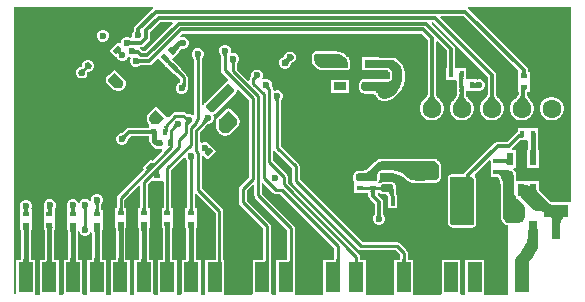
<source format=gbl>
G04*
G04 #@! TF.GenerationSoftware,Altium Limited,Altium Designer,22.5.1 (42)*
G04*
G04 Layer_Physical_Order=4*
G04 Layer_Color=16711680*
%FSLAX25Y25*%
%MOIN*%
G70*
G04*
G04 #@! TF.SameCoordinates,7192FBDB-E104-44C5-AB31-B02996B251F2*
G04*
G04*
G04 #@! TF.FilePolarity,Positive*
G04*
G01*
G75*
%ADD13C,0.01181*%
%ADD29C,0.01575*%
G04:AMPARAMS|DCode=30|XSize=23.62mil|YSize=15.75mil|CornerRadius=0mil|HoleSize=0mil|Usage=FLASHONLY|Rotation=45.000|XOffset=0mil|YOffset=0mil|HoleType=Round|Shape=Rectangle|*
%AMROTATEDRECTD30*
4,1,4,-0.00278,-0.01392,-0.01392,-0.00278,0.00278,0.01392,0.01392,0.00278,-0.00278,-0.01392,0.0*
%
%ADD30ROTATEDRECTD30*%

%ADD32R,0.01575X0.02362*%
G04:AMPARAMS|DCode=34|XSize=23.62mil|YSize=15.75mil|CornerRadius=0mil|HoleSize=0mil|Usage=FLASHONLY|Rotation=315.000|XOffset=0mil|YOffset=0mil|HoleType=Round|Shape=Rectangle|*
%AMROTATEDRECTD34*
4,1,4,-0.01392,0.00278,-0.00278,0.01392,0.01392,-0.00278,0.00278,-0.01392,-0.01392,0.00278,0.0*
%
%ADD34ROTATEDRECTD34*%

G04:AMPARAMS|DCode=35|XSize=39.37mil|YSize=27.56mil|CornerRadius=0mil|HoleSize=0mil|Usage=FLASHONLY|Rotation=45.000|XOffset=0mil|YOffset=0mil|HoleType=Round|Shape=Rectangle|*
%AMROTATEDRECTD35*
4,1,4,-0.00418,-0.02366,-0.02366,-0.00418,0.00418,0.02366,0.02366,0.00418,-0.00418,-0.02366,0.0*
%
%ADD35ROTATEDRECTD35*%

%ADD37R,0.02362X0.01575*%
%ADD38R,0.04724X0.09843*%
%ADD43C,0.00984*%
%ADD44C,0.03150*%
%ADD46C,0.06299*%
%ADD47C,0.02362*%
G04:AMPARAMS|DCode=48|XSize=23.62mil|YSize=39.37mil|CornerRadius=2.01mil|HoleSize=0mil|Usage=FLASHONLY|Rotation=270.000|XOffset=0mil|YOffset=0mil|HoleType=Round|Shape=RoundedRectangle|*
%AMROUNDEDRECTD48*
21,1,0.02362,0.03535,0,0,270.0*
21,1,0.01961,0.03937,0,0,270.0*
1,1,0.00402,-0.01768,-0.00980*
1,1,0.00402,-0.01768,0.00980*
1,1,0.00402,0.01768,0.00980*
1,1,0.00402,0.01768,-0.00980*
%
%ADD48ROUNDEDRECTD48*%
%ADD49R,0.04331X0.02756*%
G04:AMPARAMS|DCode=50|XSize=39.37mil|YSize=27.56mil|CornerRadius=0mil|HoleSize=0mil|Usage=FLASHONLY|Rotation=135.000|XOffset=0mil|YOffset=0mil|HoleType=Round|Shape=Rectangle|*
%AMROTATEDRECTD50*
4,1,4,0.02366,-0.00418,0.00418,-0.02366,-0.02366,0.00418,-0.00418,0.02366,0.02366,-0.00418,0.0*
%
%ADD50ROTATEDRECTD50*%

%ADD51R,0.03150X0.05906*%
%ADD52R,0.07874X0.03937*%
%ADD53R,0.02362X0.04331*%
%ADD54R,0.00984X0.00984*%
G36*
X302561Y280736D02*
X302578Y280507D01*
X302593Y280406D01*
X302612Y280315D01*
X302636Y280233D01*
X302663Y280160D01*
X302695Y280097D01*
X302732Y280044D01*
X302772Y279999D01*
X301165D01*
X301205Y280044D01*
X301241Y280097D01*
X301273Y280160D01*
X301301Y280233D01*
X301325Y280315D01*
X301344Y280406D01*
X301359Y280507D01*
X301376Y280736D01*
X301378Y280865D01*
X302559D01*
X302561Y280736D01*
D02*
G37*
G36*
X299122Y277357D02*
X299181Y277316D01*
X299249Y277281D01*
X299325Y277250D01*
X299410Y277224D01*
X299503Y277203D01*
X299604Y277187D01*
X299714Y277175D01*
X299960Y277165D01*
Y275984D01*
X299833Y275982D01*
X299604Y275963D01*
X299503Y275946D01*
X299410Y275925D01*
X299325Y275899D01*
X299249Y275869D01*
X299181Y275833D01*
X299122Y275793D01*
X299072Y275748D01*
Y277402D01*
X299122Y277357D01*
D02*
G37*
G36*
X316224Y275529D02*
X316206Y275533D01*
X316180Y275526D01*
X316146Y275509D01*
X316103Y275480D01*
X316051Y275440D01*
X315920Y275328D01*
X315660Y275078D01*
X314704Y276349D01*
X315913Y277079D01*
X316224Y275529D01*
D02*
G37*
G36*
X315588Y275006D02*
X315379Y274791D01*
X314918Y274250D01*
X314820Y274103D01*
X314749Y273973D01*
X314706Y273860D01*
X314691Y273764D01*
X314704Y273685D01*
X314744Y273622D01*
X313090Y275275D01*
X313153Y275235D01*
X313232Y275223D01*
X313328Y275238D01*
X313441Y275281D01*
X313571Y275351D01*
X313718Y275449D01*
X313882Y275575D01*
X314260Y275910D01*
X314474Y276119D01*
X315588Y275006D01*
D02*
G37*
G36*
X313638Y283074D02*
X304426Y273862D01*
X303452D01*
X302826Y274488D01*
X302554Y274670D01*
X302706Y275170D01*
X303028D01*
X303566Y275277D01*
X304022Y275581D01*
X305584Y277144D01*
X305889Y277599D01*
X305996Y278137D01*
Y280092D01*
X309440Y283536D01*
X313447D01*
X313638Y283074D01*
D02*
G37*
G36*
X301196Y274173D02*
X301222Y274154D01*
X301259Y274138D01*
X301308Y274124D01*
X301367Y274112D01*
X301438Y274102D01*
X301613Y274089D01*
X301833Y274085D01*
X301660Y272904D01*
X300924Y272876D01*
X301181Y274193D01*
X301196Y274173D01*
D02*
G37*
G36*
X296238Y274312D02*
X296200Y274232D01*
X296184Y274145D01*
X296188Y274050D01*
X296213Y273949D01*
X296259Y273840D01*
X296326Y273724D01*
X296328Y273721D01*
X296340Y273713D01*
X296428Y273661D01*
X296517Y273617D01*
X296607Y273581D01*
X296697Y273552D01*
X296788Y273531D01*
X296879Y273517D01*
X296651Y273337D01*
X296654Y273333D01*
X295958Y272637D01*
X295870Y272721D01*
X295581Y272493D01*
X295587Y272586D01*
X295585Y272677D01*
X295572Y272768D01*
X295549Y272859D01*
X295516Y272949D01*
X295486Y273012D01*
X295452Y273032D01*
X295343Y273079D01*
X295241Y273104D01*
X295147Y273108D01*
X295059Y273091D01*
X294979Y273053D01*
X294906Y272994D01*
X295252Y273340D01*
X295204Y273391D01*
X295631Y273719D01*
X296298Y274386D01*
X296238Y274312D01*
D02*
G37*
G36*
X331669Y273005D02*
X331612Y272931D01*
X331562Y272852D01*
X331518Y272766D01*
X331481Y272675D01*
X331451Y272578D01*
X331428Y272476D01*
X331411Y272368D01*
X331401Y272254D01*
X331398Y272135D01*
X330413D01*
X330410Y272254D01*
X330400Y272368D01*
X330383Y272476D01*
X330360Y272578D01*
X330330Y272675D01*
X330293Y272766D01*
X330249Y272852D01*
X330199Y272931D01*
X330142Y273005D01*
X330079Y273074D01*
X331732D01*
X331669Y273005D01*
D02*
G37*
G36*
X322614Y271824D02*
X322557Y271750D01*
X322506Y271671D01*
X322463Y271585D01*
X322426Y271494D01*
X322396Y271397D01*
X322373Y271295D01*
X322356Y271187D01*
X322346Y271073D01*
X322342Y270954D01*
X321358D01*
X321355Y271073D01*
X321345Y271187D01*
X321328Y271295D01*
X321305Y271397D01*
X321275Y271494D01*
X321238Y271585D01*
X321194Y271671D01*
X321144Y271750D01*
X321087Y271824D01*
X321024Y271893D01*
X322677D01*
X322614Y271824D01*
D02*
G37*
G36*
X302152Y271233D02*
X302211Y271192D01*
X302278Y271157D01*
X302354Y271126D01*
X302439Y271100D01*
X302532Y271079D01*
X302634Y271062D01*
X302744Y271051D01*
X302989Y271041D01*
Y269860D01*
X302862Y269858D01*
X302634Y269839D01*
X302532Y269822D01*
X302439Y269801D01*
X302354Y269775D01*
X302278Y269744D01*
X302211Y269709D01*
X302152Y269669D01*
X302101Y269624D01*
Y271277D01*
X302152Y271233D01*
D02*
G37*
G36*
X312205Y271070D02*
X312191Y271013D01*
X312194Y270947D01*
X312215Y270871D01*
X312255Y270785D01*
X312312Y270689D01*
X312388Y270584D01*
X312482Y270469D01*
X312724Y270210D01*
X312028Y269514D01*
X311894Y269645D01*
X311656Y269852D01*
X311552Y269929D01*
X311459Y269989D01*
X311375Y270030D01*
X311302Y270054D01*
X311238Y270061D01*
X311185Y270049D01*
X311142Y270020D01*
X312238Y271116D01*
X312205Y271070D01*
D02*
G37*
G36*
X334523Y270250D02*
X334466Y270175D01*
X334416Y270096D01*
X334372Y270010D01*
X334336Y269919D01*
X334306Y269823D01*
X334282Y269720D01*
X334265Y269612D01*
X334255Y269498D01*
X334252Y269379D01*
X333268D01*
X333264Y269498D01*
X333254Y269612D01*
X333238Y269720D01*
X333214Y269823D01*
X333184Y269919D01*
X333147Y270010D01*
X333104Y270096D01*
X333053Y270175D01*
X332997Y270250D01*
X332933Y270318D01*
X334587D01*
X334523Y270250D01*
D02*
G37*
G36*
X312864Y270074D02*
X313102Y269867D01*
X313206Y269790D01*
X313300Y269730D01*
X313383Y269688D01*
X313457Y269665D01*
X313520Y269658D01*
X313573Y269670D01*
X313616Y269699D01*
X312520Y268602D01*
X312553Y268649D01*
X312568Y268706D01*
X312564Y268772D01*
X312543Y268848D01*
X312504Y268934D01*
X312446Y269029D01*
X312370Y269135D01*
X312276Y269250D01*
X312034Y269509D01*
X312730Y270204D01*
X312864Y270074D01*
D02*
G37*
G36*
X406911Y268169D02*
X406956Y267508D01*
X406976Y267401D01*
X407000Y267319D01*
X407028Y267260D01*
X407059Y267224D01*
X407094Y267212D01*
X405544D01*
X405579Y267224D01*
X405610Y267260D01*
X405638Y267319D01*
X405662Y267401D01*
X405682Y267508D01*
X405699Y267638D01*
X405721Y267968D01*
X405728Y268393D01*
X406910D01*
X406911Y268169D01*
D02*
G37*
G36*
X315239Y268001D02*
X315226Y267946D01*
X315230Y267881D01*
X315253Y267806D01*
X315294Y267721D01*
X315352Y267627D01*
X315429Y267522D01*
X315523Y267408D01*
X315766Y267149D01*
X315070Y266453D01*
X314935Y266584D01*
X314697Y266790D01*
X314592Y266867D01*
X314497Y266925D01*
X314413Y266966D01*
X314338Y266988D01*
X314273Y266993D01*
X314218Y266980D01*
X314173Y266949D01*
X315270Y268046D01*
X315239Y268001D01*
D02*
G37*
G36*
X431207Y267086D02*
X431224Y266886D01*
X431253Y266708D01*
X431293Y266555D01*
X431345Y266425D01*
X431409Y266319D01*
X431484Y266236D01*
X431571Y266177D01*
X431669Y266142D01*
X431779Y266130D01*
X429441D01*
X429551Y266142D01*
X429649Y266177D01*
X429736Y266236D01*
X429811Y266319D01*
X429875Y266425D01*
X429927Y266555D01*
X429968Y266708D01*
X429997Y266886D01*
X430014Y267086D01*
X430020Y267311D01*
X431201D01*
X431207Y267086D01*
D02*
G37*
G36*
X341281Y264522D02*
X341266Y264522D01*
X341243Y264513D01*
X341214Y264495D01*
X341178Y264469D01*
X341085Y264392D01*
X340893Y264212D01*
X340815Y264135D01*
X340119Y264830D01*
X340196Y264908D01*
X340480Y265230D01*
X340497Y265259D01*
X340506Y265282D01*
X340507Y265297D01*
X341281Y264522D01*
D02*
G37*
G36*
X410593Y264862D02*
X410553Y264827D01*
X410518Y264768D01*
X410488Y264685D01*
X410462Y264579D01*
X410441Y264449D01*
X410425Y264296D01*
X410422Y264247D01*
X410452Y263760D01*
X410470Y263677D01*
X410490Y263618D01*
X410513Y263582D01*
X410539Y263571D01*
X408988D01*
X409033Y263582D01*
X409073Y263618D01*
X409108Y263677D01*
X409138Y263760D01*
X409164Y263866D01*
X409185Y263996D01*
X409201Y264149D01*
X409204Y264198D01*
X409174Y264685D01*
X409156Y264768D01*
X409136Y264827D01*
X409113Y264862D01*
X409087Y264874D01*
X410638D01*
X410593Y264862D01*
D02*
G37*
G36*
X317717Y263085D02*
X317678Y261715D01*
X316356Y262585D01*
X316427Y262602D01*
X316491Y262631D01*
X316548Y262672D01*
X316597Y262725D01*
X316638Y262790D01*
X316672Y262867D01*
X316698Y262955D01*
X316717Y263055D01*
X316728Y263167D01*
X316732Y263291D01*
X317717Y263085D01*
D02*
G37*
G36*
X414092Y263292D02*
X414122Y263209D01*
X414171Y263135D01*
X414240Y263071D01*
X414329Y263017D01*
X414367Y263001D01*
X414400Y263014D01*
X414485Y263058D01*
X414565Y263108D01*
X414639Y263165D01*
X414708Y263228D01*
Y262914D01*
X414712Y262913D01*
X414880Y262899D01*
X415067Y262894D01*
Y261909D01*
X414880Y261905D01*
X414712Y261890D01*
X414708Y261889D01*
Y261575D01*
X414639Y261638D01*
X414565Y261695D01*
X414485Y261746D01*
X414400Y261789D01*
X414367Y261802D01*
X414329Y261786D01*
X414240Y261732D01*
X414171Y261668D01*
X414122Y261595D01*
X414092Y261511D01*
X414082Y261417D01*
Y261884D01*
X414002Y261896D01*
X413888Y261906D01*
X413769Y261909D01*
Y262894D01*
X413888Y262897D01*
X414002Y262907D01*
X414082Y262920D01*
Y263386D01*
X414092Y263292D01*
D02*
G37*
G36*
X345787Y262183D02*
X345781Y262113D01*
X345786Y262041D01*
X345801Y261967D01*
X345827Y261893D01*
X345864Y261816D01*
X345911Y261737D01*
X345969Y261657D01*
X346037Y261576D01*
X346116Y261493D01*
X345285Y260931D01*
X345194Y261019D01*
X344939Y261234D01*
X344860Y261290D01*
X344783Y261336D01*
X344710Y261374D01*
X344640Y261404D01*
X344572Y261426D01*
X344508Y261439D01*
X345803Y262252D01*
X345787Y262183D01*
D02*
G37*
G36*
X410504Y261223D02*
X410473Y261193D01*
X410445Y261144D01*
X410421Y261075D01*
X410401Y260986D01*
X410384Y260878D01*
X410362Y260602D01*
X410354Y260248D01*
X409124D01*
X409123Y260435D01*
X409075Y261075D01*
X409058Y261144D01*
X409037Y261193D01*
X409014Y261223D01*
X408988Y261232D01*
X410539D01*
X410504Y261223D01*
D02*
G37*
G36*
X431354Y261024D02*
X431254Y260988D01*
X431165Y260929D01*
X431089Y260847D01*
X431024Y260740D01*
X430970Y260610D01*
X430929Y260457D01*
X430900Y260280D01*
X430882Y260079D01*
X430876Y259855D01*
X429695D01*
X429692Y260079D01*
X429654Y260610D01*
X429632Y260740D01*
X429603Y260847D01*
X429571Y260929D01*
X429532Y260988D01*
X429489Y261024D01*
X429441Y261036D01*
X431467D01*
X431354Y261024D01*
D02*
G37*
G36*
X349090Y257848D02*
X349033Y257774D01*
X348983Y257694D01*
X348939Y257609D01*
X348903Y257518D01*
X348872Y257421D01*
X348849Y257319D01*
X348832Y257210D01*
X348822Y257097D01*
X348819Y256978D01*
X347835D01*
X347831Y257097D01*
X347821Y257210D01*
X347804Y257319D01*
X347781Y257421D01*
X347751Y257518D01*
X347714Y257609D01*
X347671Y257694D01*
X347621Y257774D01*
X347564Y257848D01*
X347500Y257916D01*
X349153D01*
X349090Y257848D01*
D02*
G37*
G36*
X420567Y259375D02*
X420616Y259132D01*
X420696Y258880D01*
X420810Y258619D01*
X420955Y258350D01*
X421132Y258072D01*
X421342Y257786D01*
X421584Y257491D01*
X422165Y256875D01*
X417756Y256875D01*
X418063Y257187D01*
X418579Y257786D01*
X418789Y258072D01*
X418967Y258350D01*
X419112Y258619D01*
X419225Y258880D01*
X419306Y259132D01*
X419354Y259375D01*
X419370Y259610D01*
X420551D01*
X420567Y259375D01*
D02*
G37*
G36*
X400567D02*
X400616Y259132D01*
X400697Y258880D01*
X400809Y258619D01*
X400955Y258350D01*
X401132Y258072D01*
X401342Y257786D01*
X401584Y257491D01*
X402165Y256875D01*
X397756Y256875D01*
X398063Y257187D01*
X398579Y257786D01*
X398789Y258072D01*
X398967Y258350D01*
X399112Y258619D01*
X399225Y258880D01*
X399306Y259132D01*
X399354Y259375D01*
X399370Y259610D01*
X400551Y259610D01*
X400567Y259375D01*
D02*
G37*
G36*
X430876Y259529D02*
X430891Y259308D01*
X430936Y259071D01*
X431012Y258819D01*
X431117Y258552D01*
X431253Y258270D01*
X431419Y257973D01*
X431842Y257334D01*
X432099Y256993D01*
X432386Y256636D01*
X428000Y257091D01*
X428322Y257359D01*
X428864Y257888D01*
X429085Y258148D01*
X429271Y258406D01*
X429424Y258661D01*
X429542Y258913D01*
X429627Y259163D01*
X429678Y259410D01*
X429695Y259654D01*
X430876Y259529D01*
D02*
G37*
G36*
X410111Y259633D02*
X410354Y259641D01*
X410372Y259416D01*
X410424Y259182D01*
X410511Y258938D01*
X410633Y258683D01*
X410789Y258418D01*
X410981Y258143D01*
X411207Y257859D01*
X411468Y257563D01*
X412094Y256943D01*
X409802Y256871D01*
X407523Y256621D01*
X407827Y257002D01*
X408548Y258029D01*
X408724Y258332D01*
X408868Y258615D01*
X408980Y258879D01*
X409060Y259123D01*
X409108Y259347D01*
X409124Y259552D01*
X409368Y259579D01*
X409370Y259610D01*
X409744Y259621D01*
X410108Y259662D01*
X410111Y259633D01*
D02*
G37*
G36*
X332295Y262768D02*
X332424Y262714D01*
X332541Y262636D01*
X332591Y262586D01*
X334084Y261093D01*
X334084Y261093D01*
X334086Y260620D01*
X334072Y260588D01*
X333994Y260471D01*
X333945Y260421D01*
X327009Y253486D01*
X327009D01*
X326976Y253453D01*
X326898Y253401D01*
X326812Y253365D01*
X326720Y253346D01*
X326580D01*
X326396Y253383D01*
X326223Y253455D01*
X326067Y253559D01*
X326001Y253625D01*
X324647Y254979D01*
X324516Y255424D01*
X324535Y255523D01*
X324589Y255653D01*
X324667Y255769D01*
X324803Y255906D01*
X331102Y262106D01*
X331582Y262586D01*
X331632Y262636D01*
X331749Y262714D01*
X331879Y262768D01*
X332016Y262795D01*
X332157D01*
X332295Y262768D01*
D02*
G37*
G36*
X446434Y223425D02*
X440054D01*
X439755Y223549D01*
X439401Y223785D01*
X439401Y223785D01*
X439401Y223785D01*
X439322Y223838D01*
X439137Y224006D01*
X436062Y227081D01*
X435928Y227230D01*
X435694Y227579D01*
X435540Y227950D01*
X435496Y228173D01*
Y230476D01*
X428067D01*
Y232283D01*
X428051Y232361D01*
X428051Y232441D01*
X427854Y233425D01*
X427824Y233498D01*
X427809Y233575D01*
X427765Y233641D01*
X427734Y233714D01*
X427678Y233770D01*
X427635Y233835D01*
X427447Y234023D01*
X427382Y234067D01*
X427326Y234122D01*
X427049Y234307D01*
X427201Y234807D01*
X428114D01*
Y240713D01*
X426663D01*
X426511Y241213D01*
X426534Y241228D01*
X429472Y244166D01*
X429921D01*
X430057Y244193D01*
X431520D01*
X431693Y244193D01*
X432020Y243829D01*
Y241022D01*
X432005Y240761D01*
X431998Y240713D01*
X431658D01*
Y239930D01*
X431654Y239913D01*
X431658Y239896D01*
Y234807D01*
X435595D01*
Y239896D01*
X435598Y239913D01*
X435595Y239930D01*
Y240713D01*
X435261D01*
X435236Y241021D01*
Y245613D01*
X435267Y245768D01*
X435267Y245768D01*
Y246161D01*
X435236Y246317D01*
Y248130D01*
X432193D01*
X431693Y248130D01*
X431587Y248130D01*
X428543D01*
Y246907D01*
X428352Y246869D01*
X427896Y246564D01*
X424958Y243626D01*
X421946D01*
X421408Y243519D01*
X420952Y243215D01*
X411113Y233375D01*
X410808Y232920D01*
X410763Y232693D01*
X406374D01*
X406297Y232677D01*
X406217Y232677D01*
X406172Y232668D01*
X406099Y232638D01*
X406021Y232622D01*
X405978Y232605D01*
X405939Y232578D01*
X405939Y232578D01*
X405912Y232560D01*
X405839Y232530D01*
X405800Y232504D01*
X405744Y232448D01*
X405717Y232431D01*
X405717Y232430D01*
X405678Y232404D01*
X405662Y232388D01*
X405633Y232359D01*
X405633Y232359D01*
X405633Y232359D01*
X405633Y232359D01*
X405633Y232359D01*
X405610Y232335D01*
X405566Y232270D01*
X405510Y232214D01*
X405473Y232159D01*
X405448Y232098D01*
X405448Y232098D01*
X405443Y232086D01*
X405399Y232020D01*
X405373Y231959D01*
X405358Y231881D01*
X405353Y231870D01*
Y231870D01*
X405328Y231808D01*
X405315Y231743D01*
X405315Y231664D01*
X405300Y231587D01*
Y216452D01*
X405315Y216375D01*
Y216296D01*
X405341Y216166D01*
X405371Y216093D01*
X405386Y216015D01*
X405437Y215893D01*
X405481Y215827D01*
X405511Y215754D01*
X405585Y215644D01*
X405641Y215588D01*
X405685Y215522D01*
X405802Y215405D01*
X405867Y215361D01*
X405923Y215306D01*
X406088Y215195D01*
X406162Y215165D01*
X406227Y215121D01*
X406411Y215045D01*
X406488Y215030D01*
X406561Y214999D01*
X406756Y214961D01*
X406835D01*
X406913Y214945D01*
X413371D01*
X413448Y214961D01*
X413527D01*
X413657Y214986D01*
X413730Y215017D01*
X413808Y215032D01*
X413930Y215083D01*
X413996Y215127D01*
X414069Y215157D01*
X414179Y215230D01*
X414204Y215256D01*
X414468D01*
Y215520D01*
X414494Y215546D01*
X414567Y215656D01*
X414598Y215729D01*
X414642Y215794D01*
X414692Y215917D01*
X414708Y215994D01*
X414738Y216067D01*
X414764Y216197D01*
Y216276D01*
X414779Y216354D01*
Y230678D01*
X414764Y230755D01*
Y230835D01*
X414712Y231094D01*
X414682Y231167D01*
X414666Y231245D01*
X414565Y231489D01*
X414521Y231555D01*
X414491Y231628D01*
X414344Y231849D01*
X414305Y231887D01*
X414267Y231936D01*
X414244Y231970D01*
X414239Y232478D01*
X414304Y232593D01*
X419026Y237315D01*
X419488Y237124D01*
Y235433D01*
X419488D01*
Y235039D01*
X419488D01*
Y231890D01*
X421973D01*
X421996Y231864D01*
X422395Y231267D01*
X422662Y230622D01*
X422802Y229918D01*
X422819Y229568D01*
Y218664D01*
X422835Y218586D01*
Y218507D01*
X422938Y217988D01*
X422968Y217915D01*
X422984Y217837D01*
X423186Y217348D01*
X423230Y217282D01*
X423260Y217209D01*
X423555Y216769D01*
X423611Y216713D01*
X423655Y216647D01*
X423842Y216460D01*
X423842Y216460D01*
X424006Y216296D01*
X424071Y216252D01*
X424127Y216196D01*
X424512Y215939D01*
X424586Y215909D01*
X424651Y215865D01*
X425079Y215687D01*
X425157Y215672D01*
X425197Y215655D01*
Y192543D01*
X417751D01*
X417323Y192717D01*
X417323Y193043D01*
Y204134D01*
X411024D01*
Y193043D01*
X411024Y192717D01*
X410596Y192543D01*
X409877D01*
X409449Y192717D01*
X409449Y193043D01*
Y204134D01*
X403150D01*
Y193043D01*
X403150Y192717D01*
X402722Y192543D01*
X394129D01*
X393701Y192717D01*
X393701Y193043D01*
Y204134D01*
X391856D01*
Y206594D01*
X391757Y207094D01*
X391474Y207517D01*
X389308Y209682D01*
X388885Y209965D01*
X388386Y210064D01*
X376820D01*
X355832Y231052D01*
Y235433D01*
X355733Y235932D01*
X355450Y236356D01*
X349631Y242174D01*
Y257124D01*
X349638Y257167D01*
X349648Y257212D01*
X349659Y257247D01*
X349671Y257276D01*
X349682Y257297D01*
X349693Y257314D01*
X349704Y257329D01*
X349742Y257370D01*
X349775Y257425D01*
X349996Y257645D01*
X350295Y258368D01*
Y259151D01*
X349996Y259875D01*
X349442Y260429D01*
X348718Y260728D01*
X347935D01*
X347572Y260578D01*
X347072Y260912D01*
Y261145D01*
X346973Y261644D01*
X346793Y261913D01*
X346781Y261942D01*
X346760Y261963D01*
X346690Y262067D01*
X346615Y262143D01*
X346645Y262217D01*
Y263000D01*
X346346Y263723D01*
X345792Y264277D01*
X345068Y264577D01*
X344285D01*
X343774Y264365D01*
X343391Y264748D01*
X343602Y265258D01*
Y266041D01*
X343303Y266765D01*
X342749Y267318D01*
X342025Y267618D01*
X341242D01*
X340519Y267318D01*
X339965Y266765D01*
X339665Y266041D01*
Y265526D01*
X339544Y265405D01*
X339262Y264982D01*
X339162Y264482D01*
Y264124D01*
X338700Y263932D01*
X335064Y267568D01*
Y269526D01*
X335071Y269569D01*
X335081Y269613D01*
X335092Y269649D01*
X335104Y269677D01*
X335115Y269699D01*
X335126Y269716D01*
X335137Y269731D01*
X335175Y269772D01*
X335208Y269826D01*
X335429Y270046D01*
X335728Y270770D01*
Y271553D01*
X335429Y272276D01*
X334875Y272830D01*
X334151Y273130D01*
X333368D01*
X333227Y273071D01*
X332844Y273454D01*
X332874Y273526D01*
Y274309D01*
X332574Y275032D01*
X332021Y275586D01*
X331297Y275886D01*
X330514D01*
X329790Y275586D01*
X329237Y275032D01*
X328937Y274309D01*
Y273526D01*
X329237Y272802D01*
X329457Y272582D01*
X329490Y272527D01*
X329528Y272486D01*
X329540Y272472D01*
X329551Y272455D01*
X329562Y272433D01*
X329573Y272405D01*
X329584Y272369D01*
X329594Y272325D01*
X329601Y272282D01*
Y267323D01*
X329700Y266824D01*
X329983Y266400D01*
X331974Y264409D01*
X331877Y263950D01*
X331802Y263874D01*
X331313Y263386D01*
X331303Y263382D01*
X331186Y263304D01*
X331130Y263248D01*
X331065Y263204D01*
X331015Y263154D01*
X331015Y263154D01*
X330537Y262676D01*
X324240Y256478D01*
X324238Y256475D01*
X324235Y256473D01*
X324099Y256337D01*
X324055Y256271D01*
X324000Y256215D01*
X323921Y256099D01*
X323891Y256026D01*
X323847Y255960D01*
X323794Y255830D01*
X323778Y255752D01*
X323748Y255679D01*
X323728Y255581D01*
X323655Y255572D01*
X323155Y256000D01*
Y271101D01*
X323162Y271144D01*
X323172Y271188D01*
X323183Y271224D01*
X323194Y271252D01*
X323205Y271274D01*
X323216Y271291D01*
X323227Y271305D01*
X323265Y271346D01*
X323299Y271401D01*
X323519Y271621D01*
X323819Y272345D01*
Y273128D01*
X323519Y273851D01*
X322966Y274405D01*
X322242Y274705D01*
X321459D01*
X320735Y274405D01*
X320182Y273851D01*
X319882Y273128D01*
Y272345D01*
X320182Y271621D01*
X320402Y271401D01*
X320435Y271346D01*
X320473Y271305D01*
X320485Y271291D01*
X320496Y271274D01*
X320507Y271252D01*
X320518Y271224D01*
X320529Y271188D01*
X320539Y271144D01*
X320546Y271101D01*
Y252576D01*
X320084Y252385D01*
X320013Y252456D01*
X319289Y252756D01*
X318506D01*
X318442Y252729D01*
X318428Y252736D01*
X318404Y252754D01*
X318069Y253088D01*
X317646Y253371D01*
X317147Y253470D01*
X314469D01*
X313969Y253371D01*
X313546Y253088D01*
X312255Y251797D01*
X311561Y251810D01*
X307985Y255387D01*
X304923Y252324D01*
X305081Y252167D01*
X305056Y252107D01*
X305020Y251923D01*
Y251844D01*
X305004Y251767D01*
Y250818D01*
X305020Y250741D01*
Y250661D01*
X305071Y250402D01*
X305102Y250329D01*
X305117Y250251D01*
X305218Y250007D01*
X305262Y249941D01*
X305293Y249868D01*
X305440Y249648D01*
X305496Y249592D01*
X305539Y249526D01*
X305633Y249432D01*
X305633Y249432D01*
X305764Y249301D01*
X305807Y248819D01*
X305807Y248819D01*
X305807Y248819D01*
Y248270D01*
X305751Y248261D01*
X305682Y248255D01*
X299016D01*
X298478Y248148D01*
X298022Y247844D01*
X296727Y246549D01*
X296707Y246532D01*
X296662Y246500D01*
X296627Y246478D01*
X296608Y246468D01*
X296588Y246463D01*
X296583Y246462D01*
X296580Y246461D01*
X296564Y246457D01*
X296262D01*
X295538Y246157D01*
X294985Y245603D01*
X294685Y244880D01*
Y244097D01*
X294985Y243373D01*
X295538Y242819D01*
X296262Y242520D01*
X297045D01*
X297769Y242819D01*
X298322Y243373D01*
X298622Y244097D01*
Y244399D01*
X298626Y244414D01*
X298627Y244417D01*
X298628Y244423D01*
X298634Y244443D01*
X298644Y244462D01*
X298665Y244496D01*
X298692Y244534D01*
X298726Y244574D01*
X299598Y245445D01*
X305682D01*
X305751Y245440D01*
X305776Y245435D01*
Y243934D01*
X305776Y243934D01*
X305898Y243320D01*
X306246Y242799D01*
X307169Y241877D01*
X307169Y241876D01*
X307677Y241537D01*
Y241043D01*
X309897D01*
X310089Y240581D01*
X306716Y237209D01*
X306282Y237643D01*
X303499Y234859D01*
X303932Y234425D01*
X295239Y225732D01*
X294956Y225308D01*
X294857Y224809D01*
Y221358D01*
X294193D01*
Y218315D01*
X294193Y218209D01*
Y217815D01*
X294193Y217709D01*
Y215482D01*
X294190Y215465D01*
X294193Y215447D01*
Y214665D01*
X294526D01*
X294556Y214300D01*
Y204557D01*
X294545Y204439D01*
X294517Y204270D01*
X294485Y204149D01*
X294479Y204134D01*
X292913D01*
Y193043D01*
X292913Y192717D01*
X292485Y192543D01*
X291767D01*
X291339Y192717D01*
X291339Y193043D01*
Y204134D01*
X289910D01*
X289904Y204149D01*
X289872Y204270D01*
X289844Y204439D01*
X289833Y204557D01*
Y213963D01*
X289849Y214223D01*
X289856Y214272D01*
X290196D01*
Y215054D01*
X290200Y215071D01*
X290196Y215088D01*
Y217315D01*
X290196Y217421D01*
Y217815D01*
X290196Y217921D01*
Y220965D01*
X289611D01*
Y222565D01*
X289618Y222604D01*
X289627Y222642D01*
X289637Y222671D01*
X289646Y222692D01*
X289654Y222706D01*
X289661Y222717D01*
X289669Y222725D01*
X289707Y222761D01*
X289746Y222817D01*
X290055Y223126D01*
X290354Y223849D01*
Y224632D01*
X290055Y225356D01*
X289501Y225909D01*
X288777Y226209D01*
X287994D01*
X287271Y225909D01*
X286717Y225356D01*
X286417Y224632D01*
Y224008D01*
X286391Y223991D01*
X285917Y223855D01*
X285466Y224307D01*
X284742Y224606D01*
X283959D01*
X283235Y224307D01*
X282682Y223753D01*
X282493Y223297D01*
X281952D01*
X281885Y223458D01*
X281332Y224011D01*
X280608Y224311D01*
X279825D01*
X279101Y224011D01*
X278548Y223458D01*
X278248Y222734D01*
Y221951D01*
X278450Y221465D01*
X278277Y220965D01*
X278277D01*
Y217921D01*
X278277Y217815D01*
Y217421D01*
X278277Y217315D01*
Y215088D01*
X278274Y215071D01*
X278277Y215054D01*
Y214272D01*
X278611D01*
X278640Y213907D01*
Y204557D01*
X278630Y204439D01*
X278602Y204270D01*
X278570Y204149D01*
X278564Y204134D01*
X277165D01*
Y193043D01*
X277165Y192717D01*
X276737Y192543D01*
X276019D01*
X275590Y192717D01*
X275590Y193043D01*
Y204134D01*
X274144D01*
X274138Y204149D01*
X274106Y204270D01*
X274078Y204439D01*
X274067Y204557D01*
Y213963D01*
X274083Y214223D01*
X274090Y214272D01*
X274430D01*
Y215054D01*
X274434Y215071D01*
X274430Y215088D01*
Y217315D01*
X274430Y217421D01*
Y217815D01*
X274430Y217921D01*
Y220965D01*
X274430Y220965D01*
X274306Y221465D01*
X274508Y221951D01*
Y222734D01*
X274208Y223458D01*
X273654Y224011D01*
X272931Y224311D01*
X272148D01*
X271424Y224011D01*
X270871Y223458D01*
X270571Y222734D01*
Y221951D01*
X270772Y221465D01*
X270493Y220965D01*
X270493D01*
Y217921D01*
X270493Y217815D01*
Y217421D01*
X270493Y217315D01*
Y215088D01*
X270490Y215071D01*
X270493Y215054D01*
Y214272D01*
X270827D01*
X270856Y213907D01*
Y204557D01*
X270846Y204439D01*
X270818Y204270D01*
X270786Y204149D01*
X270779Y204134D01*
X269291D01*
Y193043D01*
X269291Y192717D01*
X268863Y192543D01*
X268145D01*
X267717Y192717D01*
X267717Y193043D01*
Y204134D01*
X266311D01*
X266304Y204149D01*
X266272Y204270D01*
X266244Y204439D01*
X266234Y204557D01*
Y213963D01*
X266250Y214223D01*
X266256Y214272D01*
X266597D01*
Y215054D01*
X266600Y215071D01*
X266597Y215088D01*
Y217315D01*
X266597Y217421D01*
Y217815D01*
X266597Y217921D01*
Y220965D01*
X266597D01*
X266375Y221465D01*
X266535Y221852D01*
Y222636D01*
X266236Y223359D01*
X265682Y223913D01*
X264959Y224213D01*
X264175D01*
X263452Y223913D01*
X262898Y223359D01*
X262598Y222636D01*
Y221852D01*
X262759Y221465D01*
X262660Y220965D01*
X262660D01*
X262660Y220965D01*
Y217921D01*
X262660Y217815D01*
Y217421D01*
X262660Y217315D01*
Y215088D01*
X262656Y215071D01*
X262660Y215054D01*
Y214272D01*
X262993D01*
X263023Y213907D01*
Y204557D01*
X263012Y204439D01*
X262984Y204270D01*
X262952Y204149D01*
X262946Y204134D01*
X261417D01*
Y193010D01*
X260917Y192727D01*
X260691Y192841D01*
X260653Y192879D01*
Y288560D01*
X306963D01*
X307115Y288060D01*
X306881Y287903D01*
X300975Y281997D01*
X300671Y281542D01*
X300564Y281004D01*
Y280639D01*
X300560Y280596D01*
X300553Y280548D01*
X300545Y280508D01*
X300541Y280494D01*
X300540Y280493D01*
X300537Y280486D01*
X300300Y280249D01*
X300000Y279525D01*
Y278742D01*
X300004Y278733D01*
X299687Y278248D01*
X299354Y278233D01*
X299343Y278244D01*
X298620Y278543D01*
X297837D01*
X297113Y278244D01*
X296560Y277690D01*
X296260Y276966D01*
Y276522D01*
X295760Y276315D01*
X295340Y276735D01*
X292556Y273951D01*
X294783Y271724D01*
X294783D01*
X294886Y271704D01*
X295083Y271227D01*
X295637Y270674D01*
X296360Y270374D01*
X297144D01*
X297867Y270674D01*
X298421Y271227D01*
X298620Y271708D01*
X298790Y271869D01*
X299222Y271852D01*
X299531Y271427D01*
X299289Y270842D01*
Y270059D01*
X299589Y269336D01*
X300143Y268782D01*
X300866Y268482D01*
X301649D01*
X302373Y268782D01*
X302587Y268996D01*
X302600Y269004D01*
X302603Y269005D01*
X302608Y269008D01*
X302626Y269019D01*
X302647Y269025D01*
X302686Y269034D01*
X302731Y269041D01*
X302784Y269046D01*
X305785D01*
X306323Y269153D01*
X306779Y269457D01*
X308676Y271355D01*
X310564Y269467D01*
X310574Y269452D01*
X310589Y269443D01*
X311064Y268968D01*
X311389Y268602D01*
Y268602D01*
X311942Y268049D01*
X311952Y268035D01*
X311967Y268025D01*
X313596Y266396D01*
X313605Y266381D01*
X313620Y266371D01*
X314173Y265819D01*
X314364Y266009D01*
X315920Y264454D01*
Y263293D01*
X315420Y263086D01*
X314867Y262532D01*
X314567Y261809D01*
Y261026D01*
X314867Y260302D01*
X315420Y259749D01*
X316144Y259449D01*
X316927D01*
X317651Y259749D01*
X318204Y260302D01*
X318504Y261026D01*
Y261809D01*
X318485Y261854D01*
X318486Y261893D01*
X318529Y262106D01*
Y264994D01*
X318430Y265494D01*
X318147Y265917D01*
X316209Y267854D01*
X316400Y268046D01*
X315847Y268599D01*
X315838Y268613D01*
X315823Y268623D01*
X314194Y270252D01*
X314184Y270267D01*
X314170Y270276D01*
X313616Y270830D01*
X313369Y271116D01*
X313647Y271395D01*
X315297Y273044D01*
X315312Y273054D01*
X315321Y273069D01*
X315874Y273622D01*
X315639Y273858D01*
X315876Y274137D01*
X316332Y274593D01*
X316538Y274508D01*
X317321D01*
X318044Y274808D01*
X318598Y275361D01*
X318898Y276085D01*
Y276868D01*
X318598Y277591D01*
X318044Y278145D01*
X317321Y278445D01*
X316538D01*
X316428Y278400D01*
X316145Y278823D01*
X316920Y279599D01*
X396437D01*
X398556Y277481D01*
Y259477D01*
X398527Y259333D01*
X398472Y259162D01*
X398389Y258970D01*
X398274Y258757D01*
X398126Y258526D01*
X397951Y258286D01*
X397472Y257732D01*
X397183Y257438D01*
X397142Y257375D01*
X396810Y257043D01*
X396292Y256146D01*
X396024Y255144D01*
Y254108D01*
X396292Y253106D01*
X396810Y252209D01*
X397543Y251476D01*
X398441Y250957D01*
X399442Y250689D01*
X400479D01*
X401480Y250957D01*
X402378Y251476D01*
X403111Y252209D01*
X403629Y253106D01*
X403898Y254108D01*
Y255144D01*
X403629Y256146D01*
X403111Y257043D01*
X402785Y257370D01*
X402749Y257426D01*
X402187Y258022D01*
X401977Y258278D01*
X401795Y258526D01*
X401647Y258757D01*
X401532Y258970D01*
X401449Y259162D01*
X401394Y259333D01*
X401366Y259477D01*
Y276801D01*
X401827Y276993D01*
X404914Y273906D01*
Y268012D01*
X404744D01*
Y267273D01*
X404742Y267267D01*
X404744Y267255D01*
Y267230D01*
X404741Y267212D01*
X404744Y267195D01*
Y264075D01*
X407689D01*
X407894Y264075D01*
X408189Y263697D01*
Y263588D01*
X408186Y263571D01*
X408189Y263553D01*
Y261250D01*
X408186Y261232D01*
X408188Y261221D01*
X408186Y261210D01*
X408189Y261196D01*
Y260433D01*
X408312D01*
Y259462D01*
X408284Y259332D01*
X408228Y259161D01*
X408140Y258954D01*
X408018Y258716D01*
X407871Y258462D01*
X407184Y257483D01*
X406924Y257157D01*
X406810Y257043D01*
X406292Y256146D01*
X406024Y255144D01*
Y254108D01*
X406292Y253106D01*
X406810Y252209D01*
X407543Y251476D01*
X408441Y250957D01*
X409442Y250689D01*
X410479D01*
X411480Y250957D01*
X412378Y251476D01*
X413111Y252209D01*
X413629Y253106D01*
X413898Y254108D01*
Y255144D01*
X413629Y256146D01*
X413111Y257043D01*
X412697Y257458D01*
X412659Y257513D01*
X412051Y258115D01*
X411822Y258374D01*
X411625Y258623D01*
X411465Y258853D01*
X411342Y259061D01*
X411253Y259246D01*
X411197Y259405D01*
X411168Y259535D01*
X411167Y259547D01*
Y260261D01*
X411339Y260433D01*
X411732Y260433D01*
X411839Y260433D01*
X414882D01*
Y260433D01*
X414988Y260504D01*
X415160Y260433D01*
X415943D01*
X416666Y260733D01*
X417220Y261286D01*
X417520Y262010D01*
Y262793D01*
X417220Y263517D01*
X416666Y264070D01*
X415943Y264370D01*
X415160D01*
X414988Y264299D01*
X414882Y264370D01*
Y264370D01*
X411937D01*
X411732Y264370D01*
X411437Y264748D01*
Y264857D01*
X411440Y264874D01*
X411437Y264891D01*
Y268012D01*
X408394D01*
X408287Y268012D01*
X407894D01*
X407724Y268511D01*
Y274488D01*
X407617Y275026D01*
X407312Y275482D01*
X399836Y282958D01*
X400025Y283448D01*
X400373Y283486D01*
X418556Y265304D01*
Y259477D01*
X418527Y259333D01*
X418472Y259162D01*
X418389Y258970D01*
X418274Y258757D01*
X418126Y258526D01*
X417950Y258286D01*
X417472Y257732D01*
X417183Y257438D01*
X417142Y257375D01*
X416810Y257043D01*
X416292Y256146D01*
X416024Y255144D01*
Y254108D01*
X416292Y253106D01*
X416810Y252209D01*
X417543Y251476D01*
X418441Y250957D01*
X419442Y250689D01*
X420479D01*
X421480Y250957D01*
X422378Y251476D01*
X423111Y252209D01*
X423629Y253106D01*
X423898Y254108D01*
Y255144D01*
X423629Y256146D01*
X423111Y257043D01*
X422785Y257370D01*
X422749Y257426D01*
X422187Y258022D01*
X421977Y258278D01*
X421795Y258526D01*
X421647Y258757D01*
X421532Y258970D01*
X421449Y259162D01*
X421394Y259333D01*
X421366Y259477D01*
Y265886D01*
X421259Y266424D01*
X420954Y266879D01*
X402791Y285043D01*
X402982Y285505D01*
X410560D01*
X428786Y267278D01*
X428642Y266929D01*
X428642D01*
Y266147D01*
X428638Y266130D01*
X428642Y266112D01*
Y263886D01*
X428642Y263779D01*
Y263386D01*
X428642Y263280D01*
Y261053D01*
X428638Y261036D01*
X428642Y261018D01*
Y260236D01*
X428876D01*
X428881Y260176D01*
Y259518D01*
X428851Y259374D01*
X428797Y259214D01*
X428714Y259039D01*
X428600Y258848D01*
X428452Y258644D01*
X428276Y258436D01*
X427784Y257956D01*
X427625Y257824D01*
X427543Y257776D01*
X426810Y257043D01*
X426292Y256146D01*
X426024Y255144D01*
Y254108D01*
X426292Y253106D01*
X426810Y252209D01*
X427543Y251476D01*
X428441Y250957D01*
X429442Y250689D01*
X430479D01*
X431480Y250957D01*
X432378Y251476D01*
X433111Y252209D01*
X433629Y253106D01*
X433898Y254108D01*
Y255144D01*
X433629Y256146D01*
X433111Y257043D01*
X432994Y257160D01*
X432733Y257485D01*
X432499Y257797D01*
X432105Y258391D01*
X431966Y258641D01*
X431853Y258874D01*
X431771Y259082D01*
X431717Y259262D01*
X431690Y259402D01*
Y260108D01*
X431697Y260178D01*
X431706Y260236D01*
X432579D01*
Y263280D01*
X432579Y263386D01*
Y263779D01*
X432579Y263886D01*
Y266112D01*
X432582Y266130D01*
X432579Y266147D01*
Y266929D01*
X432030D01*
X432021Y266985D01*
X432015Y267054D01*
Y267441D01*
X431908Y267979D01*
X431604Y268434D01*
X412135Y287903D01*
X411901Y288060D01*
X412052Y288560D01*
X446434D01*
Y223425D01*
D02*
G37*
G36*
X317827Y252187D02*
X317915Y252115D01*
X318003Y252055D01*
X318091Y252005D01*
X318180Y251966D01*
X318268Y251938D01*
X318356Y251921D01*
X318445Y251915D01*
X318534Y251920D01*
X318622Y251936D01*
X317744Y250535D01*
X317722Y250622D01*
X317693Y250708D01*
X317657Y250794D01*
X317615Y250880D01*
X317566Y250966D01*
X317510Y251052D01*
X317448Y251138D01*
X317303Y251310D01*
X317220Y251396D01*
X317739Y252269D01*
X317827Y252187D01*
D02*
G37*
G36*
X325284Y250394D02*
X325190Y250390D01*
X325097Y250378D01*
X325006Y250357D01*
X324915Y250328D01*
X324824Y250289D01*
X324734Y250242D01*
X324645Y250186D01*
X324557Y250122D01*
X324470Y250048D01*
X324383Y249967D01*
X323687Y250662D01*
X323769Y250749D01*
X323842Y250837D01*
X323907Y250925D01*
X323963Y251014D01*
X324010Y251104D01*
X324048Y251194D01*
X324078Y251285D01*
X324099Y251377D01*
X324111Y251470D01*
X324114Y251563D01*
X325284Y250394D01*
D02*
G37*
G36*
X309744Y251575D02*
Y251327D01*
Y251129D01*
X309667Y250739D01*
X309515Y250372D01*
X309294Y250042D01*
X309154Y249902D01*
X309050Y249798D01*
X309050Y249798D01*
X308934Y249682D01*
X308662Y249500D01*
X308359Y249375D01*
X308038Y249311D01*
X307632D01*
X307178Y249401D01*
X306750Y249579D01*
X306365Y249836D01*
X306201Y250000D01*
X306107Y250094D01*
X305960Y250314D01*
X305859Y250558D01*
X305807Y250818D01*
Y250951D01*
Y251673D01*
Y251767D01*
X305844Y251951D01*
X305915Y252123D01*
X306019Y252279D01*
X306085Y252345D01*
X306988Y253248D01*
X309744Y251575D01*
D02*
G37*
G36*
X318852Y249607D02*
X318835Y249603D01*
X318809Y249588D01*
X318775Y249564D01*
X318731Y249529D01*
X318550Y249365D01*
X318289Y249110D01*
X317565Y249778D01*
X317631Y249845D01*
X317778Y250017D01*
X317811Y250065D01*
X317836Y250108D01*
X317853Y250147D01*
X317862Y250180D01*
X317862Y250209D01*
X317855Y250233D01*
X318852Y249607D01*
D02*
G37*
G36*
X315250Y248443D02*
X315159Y248453D01*
X315069Y248454D01*
X314978Y248444D01*
X314888Y248424D01*
X314799Y248393D01*
X314710Y248352D01*
X314621Y248301D01*
X314533Y248239D01*
X314445Y248167D01*
X314357Y248085D01*
X313787Y248907D01*
X313870Y248993D01*
X314012Y249166D01*
X314073Y249254D01*
X314126Y249341D01*
X314173Y249429D01*
X314212Y249518D01*
X314243Y249607D01*
X314268Y249696D01*
X314285Y249786D01*
X315250Y248443D01*
D02*
G37*
G36*
X311701Y248020D02*
X310323Y248007D01*
X310400Y248017D01*
X310469Y248045D01*
X310530Y248091D01*
X310582Y248155D01*
X310627Y248237D01*
X310663Y248337D01*
X310692Y248455D01*
X310712Y248591D01*
X310724Y248745D01*
X310728Y248917D01*
X311713D01*
X311701Y248020D01*
D02*
G37*
G36*
X306607Y245681D02*
X306595Y245791D01*
X306559Y245890D01*
X306500Y245976D01*
X306417Y246052D01*
X306311Y246115D01*
X306181Y246167D01*
X306028Y246208D01*
X305851Y246237D01*
X305650Y246254D01*
X305425Y246260D01*
Y247441D01*
X305650Y247447D01*
X305851Y247464D01*
X306028Y247493D01*
X306181Y247533D01*
X306311Y247586D01*
X306417Y247649D01*
X306500Y247724D01*
X306559Y247811D01*
X306595Y247910D01*
X306607Y248020D01*
Y245681D01*
D02*
G37*
G36*
X298295Y245295D02*
X298207Y245203D01*
X298059Y245028D01*
X297999Y244945D01*
X297948Y244864D01*
X297907Y244786D01*
X297875Y244710D01*
X297852Y244638D01*
X297839Y244567D01*
X297835Y244500D01*
X296665Y245669D01*
X296733Y245673D01*
X296803Y245687D01*
X296876Y245709D01*
X296951Y245741D01*
X297029Y245783D01*
X297110Y245834D01*
X297194Y245894D01*
X297280Y245963D01*
X297460Y246130D01*
X298295Y245295D01*
D02*
G37*
G36*
X313571Y244181D02*
X312106Y244169D01*
X312200Y244180D01*
X312283Y244210D01*
X312357Y244260D01*
X312421Y244330D01*
X312475Y244420D01*
X312520Y244530D01*
X312554Y244659D01*
X312579Y244808D01*
X312594Y244977D01*
X312598Y245165D01*
X313583D01*
X313571Y244181D01*
D02*
G37*
G36*
X434417Y241189D02*
X434474Y240480D01*
X434509Y240307D01*
X434551Y240165D01*
X434600Y240055D01*
X434658Y239976D01*
X434723Y239929D01*
X434795Y239913D01*
X432457D01*
X432529Y239929D01*
X432594Y239976D01*
X432652Y240055D01*
X432701Y240165D01*
X432743Y240307D01*
X432778Y240480D01*
X432804Y240685D01*
X432835Y241189D01*
X432839Y241488D01*
X434413D01*
X434417Y241189D01*
D02*
G37*
G36*
X324814Y241679D02*
X324969Y241549D01*
X325114Y241444D01*
X325251Y241364D01*
X325323Y241334D01*
X325409Y241418D01*
X325412Y241350D01*
X325421Y241299D01*
X325500Y241279D01*
X325612Y241274D01*
X325715Y241293D01*
X325810Y241338D01*
X325896Y241407D01*
X325527Y241038D01*
X325569Y240971D01*
X325628Y240887D01*
X325698Y240801D01*
X325864Y240620D01*
X325013Y239801D01*
X324922Y239889D01*
X324747Y240038D01*
X324663Y240099D01*
X324617Y240128D01*
X324242Y239754D01*
X324312Y239840D01*
X324356Y239935D01*
X324376Y240038D01*
X324371Y240149D01*
X324345Y240251D01*
X324288Y240263D01*
X324221Y240268D01*
X324306Y240350D01*
X324285Y240398D01*
X324205Y240535D01*
X324101Y240681D01*
X323971Y240835D01*
X323816Y240998D01*
X324652Y241833D01*
X324814Y241679D01*
D02*
G37*
G36*
X424989Y235827D02*
X424977Y235939D01*
X424941Y236039D01*
X424881Y236128D01*
X424798Y236205D01*
X424690Y236270D01*
X424559Y236323D01*
X424404Y236364D01*
X424225Y236394D01*
X424022Y236411D01*
X423798Y236417D01*
X423583Y236416D01*
X422921Y236371D01*
X422815Y236351D01*
X422732Y236327D01*
X422673Y236299D01*
X422638Y236268D01*
X422626Y236232D01*
Y237783D01*
X422638Y237748D01*
X422673Y237717D01*
X422732Y237689D01*
X422815Y237665D01*
X422921Y237645D01*
X423051Y237628D01*
X423382Y237606D01*
X423800Y237599D01*
X424022Y237604D01*
X424225Y237622D01*
X424404Y237652D01*
X424559Y237693D01*
X424690Y237746D01*
X424798Y237811D01*
X424881Y237888D01*
X424941Y237976D01*
X424977Y238077D01*
X424989Y238189D01*
Y235827D01*
D02*
G37*
G36*
X338853Y257530D02*
Y231643D01*
X336085Y228875D01*
X335803Y228452D01*
X335703Y227953D01*
Y223327D01*
X335803Y222828D01*
X336085Y222404D01*
X343676Y214814D01*
Y204134D01*
X340158D01*
Y193043D01*
X340158Y192717D01*
X339729Y192543D01*
X331137D01*
X330709Y192717D01*
X330709Y193043D01*
Y203322D01*
X330712Y203340D01*
X330709Y203357D01*
Y204134D01*
X330438D01*
Y220472D01*
X330339Y220972D01*
X330056Y221395D01*
X323450Y228001D01*
Y238708D01*
X323950Y238915D01*
X325339Y237527D01*
X328123Y240311D01*
X326473Y241960D01*
X326463Y241975D01*
X326449Y241985D01*
X325917Y242517D01*
X325897Y242564D01*
X325343Y243118D01*
X324620Y243417D01*
X323837D01*
X323261Y243179D01*
X322761Y243419D01*
Y246821D01*
X324167Y248226D01*
X324449Y248649D01*
X324508Y248942D01*
X325061Y249496D01*
X325096Y249522D01*
X325135Y249546D01*
X325168Y249563D01*
X325196Y249575D01*
X325219Y249583D01*
X325239Y249587D01*
X325257Y249589D01*
X325313Y249591D01*
X325375Y249606D01*
X325687D01*
X326410Y249906D01*
X326964Y250460D01*
X327264Y251183D01*
Y251966D01*
X327197Y252129D01*
X327119Y252623D01*
X327206Y252659D01*
X327271Y252703D01*
X327344Y252733D01*
X327422Y252785D01*
X327478Y252841D01*
X327544Y252885D01*
X327577Y252918D01*
X327577Y252918D01*
X334512Y259853D01*
X334512Y259854D01*
X334562Y259903D01*
X334606Y259969D01*
X334662Y260025D01*
X334740Y260141D01*
X334770Y260214D01*
X334814Y260280D01*
X334827Y260313D01*
X334828Y260314D01*
X334829Y260316D01*
X334844Y260392D01*
X334860Y260431D01*
Y260475D01*
X334889Y260620D01*
X334888Y260622D01*
X334889Y260623D01*
X334888Y260788D01*
X334976Y260861D01*
X335399Y260984D01*
X338853Y257530D01*
D02*
G37*
G36*
X320510Y238033D02*
X320446Y237965D01*
X320389Y237891D01*
X320339Y237811D01*
X320296Y237726D01*
X320259Y237635D01*
X320229Y237538D01*
X320205Y237436D01*
X320188Y237328D01*
X320178Y237214D01*
X320175Y237094D01*
X319191Y237097D01*
X319187Y237216D01*
X319177Y237330D01*
X319161Y237438D01*
X319137Y237540D01*
X319107Y237637D01*
X319070Y237728D01*
X319027Y237813D01*
X318977Y237893D01*
X318920Y237968D01*
X318857Y238036D01*
X320510Y238033D01*
D02*
G37*
G36*
X308118Y236069D02*
X307379Y235416D01*
X306369Y236409D01*
X306443Y236350D01*
X306524Y236313D01*
X306611Y236296D01*
X306706Y236300D01*
X306808Y236326D01*
X306916Y236372D01*
X307032Y236439D01*
X307155Y236527D01*
X307285Y236636D01*
X307422Y236765D01*
X308118Y236069D01*
D02*
G37*
G36*
X305726Y233763D02*
X305072Y233024D01*
X304376Y233720D01*
X304506Y233857D01*
X304615Y233987D01*
X304703Y234109D01*
X304770Y234225D01*
X304816Y234334D01*
X304841Y234436D01*
X304846Y234530D01*
X304829Y234618D01*
X304791Y234699D01*
X304733Y234772D01*
X305726Y233763D01*
D02*
G37*
G36*
X308765Y233758D02*
X308780Y233590D01*
X308804Y233443D01*
X308839Y233315D01*
X308883Y233207D01*
X308937Y233118D01*
X309001Y233049D01*
X309075Y233000D01*
X309158Y232970D01*
X309252Y232960D01*
X307283D01*
X307377Y232970D01*
X307461Y233000D01*
X307535Y233049D01*
X307598Y233118D01*
X307653Y233207D01*
X307697Y233315D01*
X307731Y233443D01*
X307756Y233590D01*
X307771Y233758D01*
X307776Y233945D01*
X308760D01*
X308765Y233758D01*
D02*
G37*
G36*
X289154Y223344D02*
X289087Y223280D01*
X289026Y223210D01*
X288973Y223133D01*
X288927Y223051D01*
X288888Y222962D01*
X288856Y222867D01*
X288831Y222766D01*
X288813Y222659D01*
X288803Y222545D01*
X288799Y222425D01*
X287815Y222498D01*
X287812Y222617D01*
X287802Y222731D01*
X287787Y222840D01*
X287765Y222943D01*
X287737Y223041D01*
X287703Y223134D01*
X287663Y223222D01*
X287616Y223305D01*
X287563Y223382D01*
X287505Y223454D01*
X289154Y223344D01*
D02*
G37*
G36*
X285114Y221726D02*
X285057Y221652D01*
X285006Y221572D01*
X284963Y221487D01*
X284926Y221396D01*
X284896Y221299D01*
X284873Y221197D01*
X284856Y221089D01*
X284846Y220975D01*
X284842Y220855D01*
X283858D01*
X283855Y220975D01*
X283845Y221089D01*
X283828Y221197D01*
X283805Y221299D01*
X283775Y221396D01*
X283738Y221487D01*
X283694Y221572D01*
X283644Y221652D01*
X283587Y221726D01*
X283524Y221794D01*
X285177D01*
X285114Y221726D01*
D02*
G37*
G36*
X320180Y221354D02*
X320195Y221184D01*
X320219Y221035D01*
X320254Y220905D01*
X320298Y220796D01*
X320352Y220706D01*
X320416Y220637D01*
X320490Y220587D01*
X320573Y220557D01*
X320667Y220547D01*
X318699D01*
X318792Y220557D01*
X318876Y220587D01*
X318949Y220637D01*
X319013Y220706D01*
X319068Y220796D01*
X319112Y220905D01*
X319146Y221035D01*
X319171Y221184D01*
X319186Y221354D01*
X319191Y221543D01*
X320175D01*
X320180Y221354D01*
D02*
G37*
G36*
X312308D02*
X312323Y221184D01*
X312347Y221035D01*
X312382Y220905D01*
X312426Y220796D01*
X312480Y220706D01*
X312544Y220637D01*
X312618Y220587D01*
X312702Y220557D01*
X312795Y220547D01*
X310827D01*
X310920Y220557D01*
X311004Y220587D01*
X311078Y220637D01*
X311142Y220706D01*
X311196Y220796D01*
X311240Y220905D01*
X311275Y221035D01*
X311299Y221184D01*
X311314Y221354D01*
X311319Y221543D01*
X312303D01*
X312308Y221354D01*
D02*
G37*
G36*
X304434D02*
X304449Y221184D01*
X304473Y221035D01*
X304508Y220905D01*
X304552Y220796D01*
X304606Y220706D01*
X304670Y220637D01*
X304744Y220587D01*
X304828Y220557D01*
X304921Y220547D01*
X302953D01*
X303046Y220557D01*
X303130Y220587D01*
X303204Y220637D01*
X303268Y220706D01*
X303322Y220796D01*
X303366Y220905D01*
X303401Y221035D01*
X303425Y221184D01*
X303440Y221354D01*
X303445Y221543D01*
X304429D01*
X304434Y221354D01*
D02*
G37*
G36*
X296658D02*
X296673Y221184D01*
X296698Y221035D01*
X296732Y220905D01*
X296777Y220796D01*
X296831Y220706D01*
X296895Y220637D01*
X296969Y220587D01*
X297052Y220557D01*
X297146Y220547D01*
X295177D01*
X295271Y220557D01*
X295354Y220587D01*
X295428Y220637D01*
X295492Y220706D01*
X295546Y220796D01*
X295591Y220905D01*
X295625Y221035D01*
X295650Y221184D01*
X295664Y221354D01*
X295669Y221543D01*
X296654D01*
X296658Y221354D01*
D02*
G37*
G36*
X288804Y220960D02*
X288819Y220791D01*
X288843Y220641D01*
X288878Y220512D01*
X288922Y220402D01*
X288976Y220313D01*
X289040Y220243D01*
X289114Y220193D01*
X289198Y220163D01*
X289291Y220153D01*
X287323D01*
X287416Y220163D01*
X287500Y220193D01*
X287574Y220243D01*
X287637Y220313D01*
X287692Y220402D01*
X287736Y220512D01*
X287770Y220641D01*
X287795Y220791D01*
X287810Y220960D01*
X287815Y221149D01*
X288799D01*
X288804Y220960D01*
D02*
G37*
G36*
X280991Y221440D02*
X280935Y221365D01*
X280885Y221285D01*
X280842Y221199D01*
X280806Y221108D01*
X280776Y221011D01*
X280753Y220908D01*
X280740Y220824D01*
X280743Y220791D01*
X280768Y220641D01*
X280802Y220512D01*
X280847Y220402D01*
X280901Y220313D01*
X280965Y220243D01*
X281038Y220193D01*
X281122Y220163D01*
X281216Y220153D01*
X279247D01*
X279341Y220163D01*
X279424Y220193D01*
X279498Y220243D01*
X279562Y220313D01*
X279616Y220402D01*
X279660Y220512D01*
X279695Y220641D01*
X279719Y220791D01*
X279721Y220813D01*
X279709Y220895D01*
X279685Y220997D01*
X279655Y221093D01*
X279617Y221184D01*
X279573Y221269D01*
X279522Y221348D01*
X279465Y221421D01*
X279400Y221489D01*
X281054Y221509D01*
X280991Y221440D01*
D02*
G37*
G36*
X273338Y221472D02*
X273272Y221406D01*
X273214Y221334D01*
X273162Y221256D01*
X273117Y221172D01*
X273079Y221082D01*
X273048Y220986D01*
X273024Y220884D01*
X273011Y220805D01*
X273012Y220791D01*
X273037Y220641D01*
X273072Y220512D01*
X273116Y220402D01*
X273170Y220313D01*
X273234Y220243D01*
X273308Y220193D01*
X273391Y220163D01*
X273485Y220153D01*
X271516D01*
X271610Y220163D01*
X271694Y220193D01*
X271767Y220243D01*
X271831Y220313D01*
X271885Y220402D01*
X271930Y220512D01*
X271964Y220641D01*
X271989Y220791D01*
X271992Y220833D01*
X271979Y220920D01*
X271957Y221023D01*
X271928Y221121D01*
X271892Y221213D01*
X271850Y221299D01*
X271802Y221380D01*
X271747Y221456D01*
X271685Y221527D01*
X273338Y221472D01*
D02*
G37*
G36*
X265353Y221352D02*
X265298Y221277D01*
X265249Y221196D01*
X265207Y221110D01*
X265171Y221018D01*
X265142Y220920D01*
X265119Y220818D01*
X265112Y220773D01*
X265134Y220641D01*
X265168Y220512D01*
X265213Y220402D01*
X265267Y220313D01*
X265331Y220243D01*
X265405Y220193D01*
X265488Y220163D01*
X265582Y220153D01*
X263613D01*
X263707Y220163D01*
X263791Y220193D01*
X263864Y220243D01*
X263928Y220313D01*
X263983Y220402D01*
X264027Y220512D01*
X264061Y220641D01*
X264080Y220755D01*
X264075Y220789D01*
X264051Y220891D01*
X264020Y220987D01*
X263982Y221077D01*
X263937Y221162D01*
X263886Y221240D01*
X263828Y221313D01*
X263762Y221379D01*
X265415Y221422D01*
X265353Y221352D01*
D02*
G37*
G36*
X422638Y234205D02*
X422673Y234173D01*
X422732Y234146D01*
X422815Y234122D01*
X422921Y234101D01*
X423051Y234085D01*
X423382Y234063D01*
X423807Y234055D01*
Y234055D01*
X425431D01*
X425950Y233952D01*
X426439Y233749D01*
X426880Y233455D01*
X427067Y233268D01*
X427264Y232283D01*
Y227499D01*
X427285Y227070D01*
X427452Y226230D01*
X427780Y225439D01*
X427819Y225380D01*
Y224571D01*
X428397D01*
X428543Y224410D01*
X429919Y223033D01*
X430200Y222752D01*
X430643Y222091D01*
X430947Y221356D01*
X431102Y220575D01*
Y220177D01*
Y219265D01*
Y218967D01*
X430986Y218382D01*
X430758Y217832D01*
X430427Y217337D01*
X430217Y217126D01*
X430029Y216939D01*
X429589Y216645D01*
X429100Y216442D01*
X428580Y216339D01*
X425841D01*
X425387Y216429D01*
X424959Y216606D01*
X424573Y216864D01*
X424409Y217028D01*
X424222Y217215D01*
X423928Y217655D01*
X423725Y218144D01*
X423622Y218664D01*
Y218929D01*
Y229588D01*
X423601Y230016D01*
X423434Y230856D01*
X423106Y231647D01*
X422630Y232360D01*
X422342Y232677D01*
X422319Y232701D01*
X422282Y232756D01*
X422257Y232817D01*
X422244Y232882D01*
Y232915D01*
Y234055D01*
X422626D01*
Y234240D01*
X422638Y234205D01*
D02*
G37*
G36*
X434646Y228543D02*
X434659Y228264D01*
X434768Y227716D01*
X434982Y227199D01*
X435293Y226734D01*
X435481Y226527D01*
X438583Y223425D01*
X438583Y223425D01*
X438827Y223204D01*
X438955Y223118D01*
X439375Y222838D01*
X439983Y222586D01*
X440629Y222457D01*
X440959Y222441D01*
X444980D01*
Y221186D01*
X444774Y220147D01*
X444368Y219168D01*
X443780Y218288D01*
X443405Y217913D01*
X443295Y217791D01*
X443112Y217517D01*
X442986Y217213D01*
X442921Y216890D01*
X442913Y216725D01*
Y216545D01*
X442905Y216530D01*
X442657Y216329D01*
X442413Y216213D01*
X442299Y216235D01*
X442201Y216240D01*
X439961D01*
Y217971D01*
X439959Y218004D01*
X439946Y218069D01*
X439921Y218129D01*
X439884Y218184D01*
X439862Y218209D01*
X438851Y219220D01*
X438851D01*
X438540Y219502D01*
X437843Y219967D01*
X437068Y220288D01*
X436246Y220452D01*
X435827Y220472D01*
X435429D01*
X434649Y220628D01*
X433913Y220932D01*
X433252Y221374D01*
X432970Y221656D01*
X431102Y223524D01*
X430587Y224039D01*
X429778Y225249D01*
X429221Y226595D01*
X428937Y228023D01*
Y229234D01*
X429322Y229553D01*
X434646Y228543D01*
D02*
G37*
G36*
X413024Y231838D02*
X413269Y231737D01*
X413489Y231590D01*
X413583Y231496D01*
X413676Y231402D01*
X413823Y231182D01*
X413925Y230938D01*
X413976Y230678D01*
Y230546D01*
Y216420D01*
Y216354D01*
X413951Y216224D01*
X413900Y216102D01*
X413826Y215992D01*
X413779Y215945D01*
X413733Y215898D01*
X413623Y215825D01*
X413500Y215774D01*
X413371Y215748D01*
X406913D01*
X406718Y215787D01*
X406534Y215863D01*
X406369Y215973D01*
X406299Y216043D01*
X406252Y216090D01*
X406179Y216200D01*
X406128Y216322D01*
X406102Y216452D01*
Y216519D01*
Y231554D01*
Y231587D01*
X406115Y231652D01*
X406141Y231713D01*
X406177Y231768D01*
X406201Y231791D01*
X406201D01*
X406230Y231820D01*
X406246Y231837D01*
X406285Y231863D01*
X406328Y231881D01*
X406374Y231890D01*
X412765D01*
X413024Y231838D01*
D02*
G37*
G36*
X284846Y215935D02*
X284856Y215821D01*
X284873Y215713D01*
X284896Y215611D01*
X284926Y215514D01*
X284963Y215423D01*
X285006Y215337D01*
X285057Y215258D01*
X285114Y215184D01*
X285177Y215115D01*
X283524D01*
X283587Y215184D01*
X283644Y215258D01*
X283694Y215337D01*
X283738Y215423D01*
X283775Y215514D01*
X283805Y215611D01*
X283828Y215713D01*
X283845Y215821D01*
X283855Y215935D01*
X283858Y216054D01*
X284842D01*
X284846Y215935D01*
D02*
G37*
G36*
X320778Y215449D02*
X320714Y215402D01*
X320657Y215323D01*
X320608Y215213D01*
X320567Y215071D01*
X320533Y214898D01*
X320506Y214693D01*
X320476Y214189D01*
X320472Y213890D01*
X318898D01*
X318894Y214189D01*
X318836Y214898D01*
X318801Y215071D01*
X318759Y215213D01*
X318708Y215323D01*
X318650Y215402D01*
X318585Y215449D01*
X318511Y215465D01*
X320849D01*
X320778Y215449D01*
D02*
G37*
G36*
X312908D02*
X312843Y215402D01*
X312785Y215323D01*
X312736Y215213D01*
X312694Y215071D01*
X312660Y214898D01*
X312633Y214693D01*
X312602Y214189D01*
X312598Y213890D01*
X311024D01*
X311020Y214189D01*
X310963Y214898D01*
X310928Y215071D01*
X310886Y215213D01*
X310837Y215323D01*
X310779Y215402D01*
X310714Y215449D01*
X310642Y215465D01*
X312980D01*
X312908Y215449D01*
D02*
G37*
G36*
X305034D02*
X304969Y215402D01*
X304911Y215323D01*
X304862Y215213D01*
X304820Y215071D01*
X304785Y214898D01*
X304759Y214693D01*
X304728Y214189D01*
X304724Y213890D01*
X303150D01*
X303146Y214189D01*
X303088Y214898D01*
X303054Y215071D01*
X303012Y215213D01*
X302963Y215323D01*
X302905Y215402D01*
X302840Y215449D01*
X302768Y215465D01*
X305106D01*
X305034Y215449D01*
D02*
G37*
G36*
X297258D02*
X297193Y215402D01*
X297136Y215323D01*
X297086Y215213D01*
X297044Y215071D01*
X297010Y214898D01*
X296983Y214693D01*
X296953Y214189D01*
X296949Y213890D01*
X295374D01*
X295370Y214189D01*
X295313Y214898D01*
X295279Y215071D01*
X295237Y215213D01*
X295187Y215323D01*
X295130Y215402D01*
X295065Y215449D01*
X294992Y215465D01*
X297330D01*
X297258Y215449D01*
D02*
G37*
G36*
X289324Y215055D02*
X289260Y215008D01*
X289202Y214929D01*
X289153Y214819D01*
X289111Y214677D01*
X289076Y214504D01*
X289050Y214299D01*
X289019Y213795D01*
X289015Y213496D01*
X287440D01*
X287437Y213795D01*
X287379Y214504D01*
X287345Y214677D01*
X287303Y214819D01*
X287253Y214929D01*
X287196Y215008D01*
X287131Y215055D01*
X287059Y215071D01*
X289397D01*
X289324Y215055D01*
D02*
G37*
G36*
X281343D02*
X281278Y215008D01*
X281221Y214929D01*
X281171Y214819D01*
X281129Y214677D01*
X281095Y214504D01*
X281068Y214299D01*
X281037Y213795D01*
X281033Y213496D01*
X279459D01*
X279455Y213795D01*
X279398Y214504D01*
X279363Y214677D01*
X279321Y214819D01*
X279272Y214929D01*
X279214Y215008D01*
X279150Y215055D01*
X279077Y215071D01*
X281415D01*
X281343Y215055D01*
D02*
G37*
G36*
X273558D02*
X273494Y215008D01*
X273436Y214929D01*
X273387Y214819D01*
X273345Y214677D01*
X273310Y214504D01*
X273284Y214299D01*
X273253Y213795D01*
X273249Y213496D01*
X271674D01*
X271671Y213795D01*
X271613Y214504D01*
X271579Y214677D01*
X271537Y214819D01*
X271487Y214929D01*
X271430Y215008D01*
X271365Y215055D01*
X271293Y215071D01*
X273631D01*
X273558Y215055D01*
D02*
G37*
G36*
X265725D02*
X265660Y215008D01*
X265603Y214929D01*
X265553Y214819D01*
X265511Y214677D01*
X265477Y214504D01*
X265450Y214299D01*
X265420Y213795D01*
X265416Y213496D01*
X263841D01*
X263837Y213795D01*
X263780Y214504D01*
X263745Y214677D01*
X263703Y214819D01*
X263654Y214929D01*
X263597Y215008D01*
X263532Y215055D01*
X263459Y215071D01*
X265797D01*
X265725Y215055D01*
D02*
G37*
G36*
X391048Y204129D02*
X391063Y203960D01*
X391088Y203811D01*
X391122Y203681D01*
X391166Y203572D01*
X391220Y203482D01*
X391284Y203412D01*
X391358Y203362D01*
X391442Y203332D01*
X391535Y203323D01*
X389567D01*
X389660Y203332D01*
X389744Y203362D01*
X389818Y203412D01*
X389882Y203482D01*
X389936Y203572D01*
X389980Y203681D01*
X390015Y203811D01*
X390039Y203960D01*
X390054Y204129D01*
X390059Y204319D01*
X391043D01*
X391048Y204129D01*
D02*
G37*
G36*
X375300D02*
X375315Y203960D01*
X375340Y203811D01*
X375374Y203681D01*
X375418Y203572D01*
X375472Y203482D01*
X375536Y203412D01*
X375610Y203362D01*
X375694Y203332D01*
X375787Y203323D01*
X373819D01*
X373912Y203332D01*
X373996Y203362D01*
X374070Y203412D01*
X374134Y203482D01*
X374188Y203572D01*
X374232Y203681D01*
X374267Y203811D01*
X374291Y203960D01*
X374306Y204129D01*
X374311Y204319D01*
X375295D01*
X375300Y204129D01*
D02*
G37*
G36*
X369096Y204132D02*
X369124Y203689D01*
X369141Y203580D01*
X369161Y203492D01*
X369185Y203423D01*
X369213Y203374D01*
X369244Y203344D01*
X369279Y203334D01*
X367618Y203323D01*
X367712Y203333D01*
X367795Y203363D01*
X367869Y203414D01*
X367933Y203484D01*
X367987Y203573D01*
X368032Y203683D01*
X368066Y203812D01*
X368091Y203961D01*
X368105Y204130D01*
X368110Y204319D01*
X369094D01*
X369096Y204132D01*
D02*
G37*
G36*
X353531Y203334D02*
X352067Y203323D01*
X352160Y203333D01*
X352244Y203364D01*
X352318Y203414D01*
X352382Y203484D01*
X352436Y203573D01*
X352480Y203683D01*
X352515Y203812D01*
X352539Y203961D01*
X352554Y204130D01*
X352559Y204319D01*
X353543D01*
X353531Y203334D01*
D02*
G37*
G36*
X345474Y204132D02*
X345502Y203689D01*
X345519Y203580D01*
X345539Y203492D01*
X345563Y203423D01*
X345591Y203374D01*
X345622Y203344D01*
X345657Y203334D01*
X343996Y203323D01*
X344090Y203333D01*
X344173Y203363D01*
X344247Y203414D01*
X344311Y203484D01*
X344365Y203573D01*
X344409Y203683D01*
X344444Y203812D01*
X344468Y203961D01*
X344483Y204130D01*
X344488Y204319D01*
X345472D01*
X345474Y204132D01*
D02*
G37*
G36*
X329629D02*
X329651Y203817D01*
X329671Y203689D01*
X329697Y203580D01*
X329728Y203492D01*
X329765Y203423D01*
X329807Y203374D01*
X329855Y203344D01*
X329909Y203334D01*
X328150Y203323D01*
X328243Y203333D01*
X328327Y203363D01*
X328401Y203414D01*
X328465Y203484D01*
X328519Y203573D01*
X328563Y203683D01*
X328597Y203812D01*
X328622Y203961D01*
X328637Y204130D01*
X328642Y204319D01*
X329626D01*
X329629Y204132D01*
D02*
G37*
G36*
X320480Y204608D02*
X320504Y204338D01*
X320543Y204100D01*
X320598Y203894D01*
X320669Y203719D01*
X320756Y203576D01*
X320858Y203465D01*
X320976Y203386D01*
X321110Y203338D01*
X321260Y203323D01*
X318110D01*
X318260Y203338D01*
X318394Y203386D01*
X318512Y203465D01*
X318614Y203576D01*
X318701Y203719D01*
X318772Y203894D01*
X318827Y204100D01*
X318866Y204338D01*
X318890Y204608D01*
X318898Y204909D01*
X320472D01*
X320480Y204608D01*
D02*
G37*
G36*
X312606D02*
X312630Y204338D01*
X312669Y204100D01*
X312724Y203894D01*
X312795Y203719D01*
X312882Y203576D01*
X312984Y203465D01*
X313102Y203386D01*
X313236Y203338D01*
X313386Y203323D01*
X310236D01*
X310386Y203338D01*
X310520Y203386D01*
X310638Y203465D01*
X310740Y203576D01*
X310827Y203719D01*
X310898Y203894D01*
X310953Y204100D01*
X310992Y204338D01*
X311016Y204608D01*
X311024Y204909D01*
X312598D01*
X312606Y204608D01*
D02*
G37*
G36*
X304732D02*
X304756Y204338D01*
X304795Y204100D01*
X304850Y203894D01*
X304921Y203719D01*
X305008Y203576D01*
X305110Y203465D01*
X305228Y203386D01*
X305362Y203338D01*
X305512Y203323D01*
X302362D01*
X302512Y203338D01*
X302646Y203386D01*
X302764Y203465D01*
X302866Y203576D01*
X302953Y203719D01*
X303024Y203894D01*
X303079Y204100D01*
X303118Y204338D01*
X303142Y204608D01*
X303150Y204909D01*
X304724D01*
X304732Y204608D01*
D02*
G37*
G36*
X296957D02*
X296980Y204338D01*
X297020Y204100D01*
X297075Y203894D01*
X297146Y203719D01*
X297232Y203576D01*
X297335Y203465D01*
X297453Y203386D01*
X297587Y203338D01*
X297736Y203323D01*
X294587D01*
X294736Y203338D01*
X294870Y203386D01*
X294988Y203465D01*
X295091Y203576D01*
X295177Y203719D01*
X295248Y203894D01*
X295303Y204100D01*
X295342Y204338D01*
X295366Y204608D01*
X295374Y204909D01*
X296949D01*
X296957Y204608D01*
D02*
G37*
G36*
X289023D02*
X289047Y204338D01*
X289086Y204100D01*
X289141Y203894D01*
X289212Y203719D01*
X289299Y203576D01*
X289401Y203465D01*
X289519Y203386D01*
X289653Y203338D01*
X289803Y203323D01*
X286653D01*
X286803Y203338D01*
X286936Y203386D01*
X287055Y203465D01*
X287157Y203576D01*
X287244Y203719D01*
X287314Y203894D01*
X287369Y204100D01*
X287409Y204338D01*
X287433Y204608D01*
X287440Y204909D01*
X289015D01*
X289023Y204608D01*
D02*
G37*
G36*
X281041D02*
X281065Y204338D01*
X281104Y204100D01*
X281159Y203894D01*
X281230Y203719D01*
X281317Y203576D01*
X281419Y203465D01*
X281537Y203386D01*
X281671Y203338D01*
X281821Y203323D01*
X278671D01*
X278821Y203338D01*
X278955Y203386D01*
X279073Y203465D01*
X279175Y203576D01*
X279262Y203719D01*
X279333Y203894D01*
X279388Y204100D01*
X279427Y204338D01*
X279451Y204608D01*
X279459Y204909D01*
X281033D01*
X281041Y204608D01*
D02*
G37*
G36*
X273257D02*
X273281Y204338D01*
X273320Y204100D01*
X273375Y203894D01*
X273446Y203719D01*
X273533Y203576D01*
X273635Y203465D01*
X273753Y203386D01*
X273887Y203338D01*
X274037Y203323D01*
X270887D01*
X271037Y203338D01*
X271171Y203386D01*
X271289Y203465D01*
X271391Y203576D01*
X271478Y203719D01*
X271549Y203894D01*
X271604Y204100D01*
X271643Y204338D01*
X271667Y204608D01*
X271674Y204909D01*
X273249D01*
X273257Y204608D01*
D02*
G37*
G36*
X265424D02*
X265447Y204338D01*
X265487Y204100D01*
X265542Y203894D01*
X265613Y203719D01*
X265699Y203576D01*
X265802Y203465D01*
X265920Y203386D01*
X266054Y203338D01*
X266203Y203323D01*
X263053D01*
X263203Y203338D01*
X263337Y203386D01*
X263455Y203465D01*
X263558Y203576D01*
X263644Y203719D01*
X263715Y203894D01*
X263770Y204100D01*
X263809Y204338D01*
X263833Y204608D01*
X263841Y204909D01*
X265416D01*
X265424Y204608D01*
D02*
G37*
G36*
X435138Y216075D02*
Y208913D01*
X434879Y207615D01*
X434373Y206392D01*
X433637Y205291D01*
X433169Y204823D01*
X432970Y204603D01*
X432641Y204110D01*
X432414Y203562D01*
X432298Y202981D01*
X432283Y202684D01*
Y201969D01*
X427895D01*
X427734Y202249D01*
X427658Y202416D01*
Y203769D01*
X427774Y204354D01*
X428002Y204904D01*
X428333Y205400D01*
X428543Y205610D01*
X428543D01*
X429059Y206126D01*
X429718Y206853D01*
X430807Y208483D01*
X431558Y210294D01*
X431940Y212217D01*
X431988Y213197D01*
Y214272D01*
X434691Y216299D01*
X435138Y216075D01*
D02*
G37*
G36*
X353223Y234893D02*
Y230512D01*
X353322Y230013D01*
X353605Y229589D01*
X375357Y207837D01*
X375780Y207555D01*
X376279Y207455D01*
X387845D01*
X389247Y206054D01*
Y204134D01*
X387402D01*
Y200421D01*
X387376Y200295D01*
X387402Y200169D01*
Y193043D01*
X387402Y192717D01*
X386974Y192543D01*
X378381D01*
X377953Y192717D01*
X377953Y193043D01*
Y204134D01*
X376108D01*
Y205118D01*
X376008Y205617D01*
X375726Y206041D01*
X351895Y229871D01*
Y231953D01*
X351796Y232453D01*
X351513Y232876D01*
X347072Y237316D01*
Y240336D01*
X347572Y240543D01*
X353223Y234893D01*
D02*
G37*
G36*
X347109Y226538D02*
X347532Y226255D01*
X348031Y226156D01*
X349361D01*
X367298Y208220D01*
Y204134D01*
X363779D01*
Y193043D01*
X363779Y192717D01*
X363351Y192543D01*
X354759D01*
X354331Y192717D01*
X354331Y193043D01*
Y200169D01*
X354356Y200295D01*
Y214700D01*
X354257Y215200D01*
X353974Y215623D01*
X343332Y226264D01*
Y229662D01*
X343794Y229853D01*
X347109Y226538D01*
D02*
G37*
G36*
X340723Y229170D02*
Y225724D01*
X340822Y225225D01*
X341105Y224801D01*
X351747Y214160D01*
Y204134D01*
X348031D01*
Y193043D01*
X348031Y192717D01*
X347604Y192543D01*
X346885D01*
X346457Y192717D01*
X346457Y193043D01*
Y203323D01*
X346460Y203340D01*
X346457Y203357D01*
Y204134D01*
X346285D01*
Y215354D01*
X346186Y215854D01*
X345903Y216277D01*
X338313Y223867D01*
Y227412D01*
X340261Y229361D01*
X340723Y229170D01*
D02*
G37*
G36*
X327829Y219932D02*
Y204134D01*
X324410D01*
Y193043D01*
X324410Y192717D01*
X323981Y192543D01*
X323263D01*
X322835Y192717D01*
X322835Y193043D01*
Y204134D01*
X321367D01*
X321361Y204149D01*
X321329Y204270D01*
X321301Y204439D01*
X321291Y204557D01*
Y214360D01*
X321306Y214618D01*
X321312Y214665D01*
X321649D01*
Y215447D01*
X321652Y215465D01*
X321649Y215482D01*
Y217709D01*
X321649Y217815D01*
Y218209D01*
X321649Y218315D01*
Y221358D01*
X320987D01*
Y226067D01*
X321487Y226274D01*
X327829Y219932D01*
D02*
G37*
G36*
X317859Y238142D02*
X318016Y237763D01*
X318234Y237545D01*
X318267Y237491D01*
X318305Y237450D01*
X318317Y237435D01*
X318328Y237418D01*
X318339Y237396D01*
X318350Y237367D01*
X318361Y237332D01*
X318372Y237287D01*
X318378Y237244D01*
Y221358D01*
X317712D01*
Y218315D01*
X317712Y218209D01*
Y217815D01*
X317712Y217709D01*
Y215482D01*
X317708Y215465D01*
X317712Y215447D01*
Y214665D01*
X318049D01*
X318079Y214298D01*
Y204557D01*
X318069Y204439D01*
X318041Y204270D01*
X318009Y204149D01*
X318003Y204134D01*
X316535D01*
Y193043D01*
X316535Y192717D01*
X316107Y192543D01*
X315389D01*
X314961Y192717D01*
X314961Y193043D01*
Y204134D01*
X313493D01*
X313487Y204149D01*
X313455Y204270D01*
X313427Y204439D01*
X313417Y204557D01*
Y214356D01*
X313432Y214617D01*
X313439Y214665D01*
X313779D01*
Y215447D01*
X313783Y215465D01*
X313779Y215482D01*
Y217709D01*
X313779Y217815D01*
Y218209D01*
X313779Y218315D01*
Y221358D01*
X313116D01*
Y234105D01*
X317269Y238259D01*
X317859Y238142D01*
D02*
G37*
G36*
X310236Y230610D02*
X310506Y230222D01*
Y221358D01*
X309842D01*
Y218315D01*
X309842Y218209D01*
Y217815D01*
X309842Y217709D01*
Y215482D01*
X309839Y215465D01*
X309842Y215447D01*
Y214665D01*
X310176D01*
X310205Y214300D01*
Y204557D01*
X310195Y204439D01*
X310167Y204270D01*
X310135Y204149D01*
X310129Y204134D01*
X308661D01*
Y193043D01*
X308661Y192717D01*
X308233Y192543D01*
X307515D01*
X307087Y192717D01*
X307087Y193043D01*
Y204134D01*
X305619D01*
X305613Y204149D01*
X305581Y204270D01*
X305553Y204439D01*
X305543Y204557D01*
Y214356D01*
X305558Y214617D01*
X305565Y214665D01*
X305906D01*
Y215447D01*
X305909Y215465D01*
X305906Y215482D01*
Y217709D01*
X305906Y217815D01*
Y218209D01*
X305906Y218315D01*
Y221358D01*
X305242D01*
Y229539D01*
X306313Y230610D01*
X310236D01*
D02*
G37*
G36*
X302632Y228782D02*
Y221358D01*
X301969D01*
Y218315D01*
X301969Y218209D01*
Y217815D01*
X301969Y217709D01*
Y215482D01*
X301965Y215465D01*
X301969Y215447D01*
Y214665D01*
X302302D01*
X302331Y214300D01*
Y204557D01*
X302321Y204439D01*
X302293Y204270D01*
X302261Y204149D01*
X302255Y204134D01*
X300787D01*
Y193043D01*
X300787Y192717D01*
X300359Y192543D01*
X299641D01*
X299213Y192717D01*
X299213Y193043D01*
Y204134D01*
X297844D01*
X297837Y204149D01*
X297805Y204270D01*
X297777Y204439D01*
X297767Y204557D01*
Y214356D01*
X297783Y214617D01*
X297789Y214665D01*
X298130D01*
Y215447D01*
X298133Y215465D01*
X298130Y215482D01*
Y217709D01*
X298130Y217815D01*
Y218209D01*
X298130Y218315D01*
Y221358D01*
X297466D01*
Y224269D01*
X302170Y228973D01*
X302632Y228782D01*
D02*
G37*
G36*
X282381Y213882D02*
X282396Y213847D01*
X282682Y213157D01*
X283235Y212603D01*
X283959Y212303D01*
X284742D01*
X285466Y212603D01*
X286019Y213157D01*
X286122Y213405D01*
X286622Y213306D01*
Y204557D01*
X286612Y204439D01*
X286584Y204270D01*
X286552Y204149D01*
X286545Y204134D01*
X285039D01*
Y193043D01*
X285039Y192717D01*
X284611Y192543D01*
X283893D01*
X283465Y192717D01*
X283465Y193043D01*
Y204134D01*
X281928D01*
X281922Y204149D01*
X281890Y204270D01*
X281862Y204439D01*
X281852Y204557D01*
Y213773D01*
X282352Y213925D01*
X282381Y213882D01*
D02*
G37*
%LPC*%
G36*
X290648Y280906D02*
X289864D01*
X289141Y280606D01*
X288587Y280052D01*
X288287Y279329D01*
Y278545D01*
X288587Y277822D01*
X289141Y277268D01*
X289864Y276969D01*
X290648D01*
X291371Y277268D01*
X291925Y277822D01*
X292224Y278545D01*
Y279329D01*
X291925Y280052D01*
X291371Y280606D01*
X290648Y280906D01*
D02*
G37*
G36*
X353049Y273622D02*
X352266D01*
X351542Y273322D01*
X350989Y272769D01*
X350689Y272045D01*
Y271850D01*
X350593D01*
X349869Y271551D01*
X349315Y270997D01*
X349016Y270273D01*
Y269490D01*
X349315Y268767D01*
X349869Y268213D01*
X350593Y267913D01*
X351376D01*
X352099Y268213D01*
X352653Y268767D01*
X352953Y269490D01*
Y269685D01*
X353049D01*
X353773Y269985D01*
X354326Y270538D01*
X354626Y271262D01*
Y272045D01*
X354326Y272769D01*
X353773Y273322D01*
X353049Y273622D01*
D02*
G37*
G36*
X367889Y273736D02*
X361531D01*
X361454Y273721D01*
X361374D01*
X361245Y273695D01*
X361172Y273664D01*
X361094Y273649D01*
X360972Y273598D01*
X360906Y273554D01*
X360833Y273524D01*
X360723Y273451D01*
X360667Y273395D01*
X360601Y273351D01*
X360461Y273210D01*
X360417Y273145D01*
X360361Y273089D01*
X360214Y272868D01*
X360184Y272795D01*
X360140Y272730D01*
X360038Y272485D01*
X360023Y272408D01*
X359993Y272334D01*
X359941Y272075D01*
Y271996D01*
X359938Y271980D01*
X359842Y271750D01*
Y270967D01*
X359926Y270766D01*
Y270723D01*
X359941Y270645D01*
Y270566D01*
X360031Y270112D01*
X360062Y270039D01*
X360077Y269961D01*
X360254Y269533D01*
X360298Y269467D01*
X360329Y269394D01*
X360586Y269009D01*
X360642Y268953D01*
X360686Y268887D01*
X360850Y268724D01*
X361130Y268443D01*
X361196Y268399D01*
X361252Y268343D01*
X361913Y267902D01*
X361986Y267871D01*
X362051Y267828D01*
X362785Y267524D01*
X362863Y267508D01*
X362936Y267478D01*
X363715Y267323D01*
X363794D01*
X363872Y267307D01*
X371752D01*
X371752Y267307D01*
X371752Y267307D01*
X371752D01*
X371790Y267315D01*
X372244D01*
Y267489D01*
X372254Y267499D01*
X372320Y267542D01*
X372343Y267566D01*
X372380Y267621D01*
X372380Y267621D01*
X372387Y267632D01*
X372443Y267688D01*
X372480Y267743D01*
X372510Y267816D01*
X372517Y267826D01*
X372517Y267826D01*
X372554Y267881D01*
X372579Y267943D01*
X372592Y268007D01*
X372592Y268007D01*
X372595Y268020D01*
X372625Y268093D01*
X372638Y268158D01*
X372638Y268237D01*
X372653Y268315D01*
Y270294D01*
X372638Y270372D01*
Y270451D01*
X372592Y270680D01*
X372562Y270753D01*
X372546Y270831D01*
X372457Y271047D01*
X372413Y271113D01*
X372383Y271186D01*
X372253Y271381D01*
X372244Y271389D01*
Y271646D01*
X372009D01*
X371729Y271926D01*
X371729Y271926D01*
X371355Y272300D01*
X371289Y272344D01*
X371233Y272400D01*
X370352Y272989D01*
X370279Y273019D01*
X370214Y273063D01*
X369235Y273468D01*
X369158Y273484D01*
X369085Y273514D01*
X368046Y273721D01*
X367967D01*
X367889Y273736D01*
D02*
G37*
G36*
X285726Y270866D02*
X284943D01*
X284220Y270567D01*
X283666Y270013D01*
X283366Y269289D01*
Y268602D01*
X282778D01*
X282054Y268303D01*
X281501Y267749D01*
X281201Y267025D01*
Y266242D01*
X281501Y265519D01*
X282054Y264965D01*
X282778Y264665D01*
X283561D01*
X284284Y264965D01*
X284838Y265519D01*
X285138Y266242D01*
Y266929D01*
X285726D01*
X286450Y267229D01*
X287003Y267783D01*
X287303Y268506D01*
Y269289D01*
X287003Y270013D01*
X286450Y270567D01*
X285726Y270866D01*
D02*
G37*
G36*
X381681Y271649D02*
X381664Y271646D01*
X376575D01*
Y267315D01*
X381163D01*
X381201Y267307D01*
X385291D01*
X385311Y267306D01*
X385369Y267295D01*
X385406Y267280D01*
X385455Y267247D01*
X385470Y267233D01*
X385751Y266952D01*
X385751Y266952D01*
X385751Y266952D01*
X385889Y266860D01*
X385930Y266798D01*
X385975Y266752D01*
X385980Y266744D01*
X385982Y266739D01*
X385991Y266724D01*
X386007Y266697D01*
X386008Y266696D01*
Y264707D01*
X385972Y264675D01*
X385759Y264532D01*
X385540Y264441D01*
X385288Y264391D01*
X385169Y264386D01*
X382480D01*
X382441Y264378D01*
X381698D01*
X381681Y264374D01*
D01*
D01*
X381664Y264378D01*
X377391D01*
X377374Y264374D01*
D01*
D01*
X377357Y264378D01*
X377035D01*
X376958Y264362D01*
X376878Y264362D01*
X376853Y264357D01*
X376792Y264332D01*
X376792D01*
X376780Y264327D01*
X376702Y264312D01*
X376641Y264286D01*
X376586Y264249D01*
X376586Y264249D01*
X376575Y264242D01*
X376502Y264212D01*
X376447Y264175D01*
X376392Y264119D01*
X376381Y264112D01*
X376381Y264112D01*
X376326Y264075D01*
X376302Y264052D01*
X376209Y263958D01*
X376165Y263893D01*
X376109Y263837D01*
X375962Y263616D01*
X375932Y263543D01*
X375888Y263478D01*
X375786Y263233D01*
X375771Y263156D01*
X375741Y263083D01*
X375689Y262823D01*
Y262744D01*
X375674Y262666D01*
Y261440D01*
X375689Y261363D01*
Y261284D01*
X375728Y261089D01*
X375758Y261016D01*
X375773Y260938D01*
X375849Y260755D01*
X375893Y260689D01*
X375924Y260616D01*
X376034Y260451D01*
X376090Y260395D01*
X376134Y260329D01*
X376321Y260142D01*
X376387Y260098D01*
X376443Y260042D01*
X376575Y259954D01*
Y259835D01*
X376775D01*
X376791Y259828D01*
X376857Y259784D01*
X377162Y259658D01*
X377240Y259642D01*
X377313Y259612D01*
X377638Y259547D01*
X377717D01*
X377794Y259532D01*
X380667D01*
X381102Y259297D01*
X381139Y259113D01*
X381169Y259040D01*
X381185Y258963D01*
X381256Y258790D01*
X381300Y258724D01*
X381330Y258651D01*
X381434Y258495D01*
X381490Y258439D01*
X381534Y258374D01*
X381600Y258308D01*
X381600Y258308D01*
X381600Y258307D01*
X381913Y257995D01*
X381951Y257969D01*
X381982Y257934D01*
X382358Y257635D01*
X382388Y257621D01*
X382411Y257597D01*
X382505Y257534D01*
X382578Y257504D01*
X382644Y257460D01*
X383011Y257308D01*
X383088Y257293D01*
X383161Y257262D01*
X383551Y257185D01*
X383630D01*
X383707Y257170D01*
X384575D01*
X384652Y257185D01*
X384731D01*
X385558Y257349D01*
X385631Y257380D01*
X385708Y257395D01*
X386487Y257717D01*
X386553Y257761D01*
X386626Y257792D01*
X387326Y258260D01*
X387382Y258316D01*
X387448Y258360D01*
X388757Y259668D01*
X389201Y260113D01*
X389245Y260179D01*
X389301Y260235D01*
X390000Y261281D01*
X390030Y261354D01*
X390074Y261419D01*
X390555Y262581D01*
X390571Y262659D01*
X390601Y262732D01*
X390846Y263966D01*
Y264045D01*
X390862Y264122D01*
Y266633D01*
X390846Y266711D01*
Y266790D01*
X390655Y267754D01*
X390624Y267827D01*
X390609Y267904D01*
X390233Y268813D01*
X390189Y268878D01*
X390159Y268951D01*
X389613Y269769D01*
X389557Y269825D01*
X389513Y269890D01*
X389165Y270238D01*
X388695Y270708D01*
X388695Y270708D01*
X388695Y270708D01*
X388363Y271040D01*
X388363Y271040D01*
X388285Y271092D01*
X388216Y271156D01*
X387803Y271410D01*
X387743Y271433D01*
X387689Y271468D01*
X387684Y271470D01*
X387606Y271486D01*
X387533Y271516D01*
X387338Y271555D01*
X387259D01*
X387182Y271571D01*
X382480D01*
Y271646D01*
X381698D01*
X381681Y271649D01*
D02*
G37*
G36*
X294132Y267616D02*
X292330Y265814D01*
X291455Y265009D01*
X291449Y265002D01*
X291442Y264997D01*
X291357Y264875D01*
X291270Y264756D01*
X291269Y264753D01*
X291070Y264554D01*
X291195Y264429D01*
X291185Y263935D01*
X291186Y263926D01*
X291185Y263918D01*
X291214Y263772D01*
X291240Y263626D01*
X291244Y263619D01*
X291246Y263611D01*
X291328Y263488D01*
X291408Y263362D01*
X291415Y263357D01*
X291420Y263350D01*
X293545Y261225D01*
X293611Y261181D01*
X293667Y261125D01*
X293942Y260941D01*
X294015Y260911D01*
X294081Y260867D01*
X294387Y260740D01*
X294464Y260725D01*
X294537Y260695D01*
X294862Y260630D01*
X294941D01*
X295019Y260614D01*
X295810D01*
X295887Y260630D01*
X295966D01*
X296242Y260685D01*
X296315Y260715D01*
X296392Y260730D01*
X296652Y260838D01*
X296718Y260882D01*
X296791Y260912D01*
X296825Y260935D01*
X296854Y260964D01*
X296889Y260983D01*
X297262Y261290D01*
X297344Y261390D01*
X297433Y261485D01*
X297681Y261882D01*
X297704Y261944D01*
X297741Y262000D01*
X297750Y262021D01*
X297766Y262099D01*
X297796Y262172D01*
X297835Y262366D01*
Y262445D01*
X297850Y262523D01*
Y263433D01*
X297835Y263510D01*
Y263524D01*
X298030Y263719D01*
X297542Y264207D01*
X297509Y264257D01*
X294761Y267005D01*
X294711Y267038D01*
X294132Y267616D01*
D02*
G37*
G36*
X372244Y264165D02*
X366339D01*
Y259835D01*
X372244D01*
Y264165D01*
D02*
G37*
G36*
X440479Y258563D02*
X439442D01*
X438441Y258295D01*
X437543Y257776D01*
X436810Y257043D01*
X436292Y256146D01*
X436024Y255144D01*
Y254108D01*
X436292Y253106D01*
X436810Y252209D01*
X437543Y251476D01*
X438441Y250957D01*
X439442Y250689D01*
X440479D01*
X441480Y250957D01*
X442378Y251476D01*
X443111Y252209D01*
X443629Y253106D01*
X443898Y254108D01*
Y255144D01*
X443629Y256146D01*
X443111Y257043D01*
X442378Y257776D01*
X441480Y258295D01*
X440479Y258563D01*
D02*
G37*
G36*
X400552Y237909D02*
X383385D01*
X383308Y237894D01*
X383229D01*
X382494Y237748D01*
X382421Y237717D01*
X382344Y237702D01*
X381652Y237415D01*
X381586Y237371D01*
X381513Y237341D01*
X380890Y236925D01*
X380834Y236869D01*
X380769Y236825D01*
X378460Y234517D01*
X378328Y234397D01*
X378017Y234189D01*
X377690Y234054D01*
X377323Y233981D01*
X377146Y233972D01*
X375720D01*
X375642Y233957D01*
X375563D01*
X375303Y233905D01*
X375230Y233875D01*
X375153Y233859D01*
X374908Y233758D01*
X374842Y233714D01*
X374769Y233684D01*
X374549Y233537D01*
X374493Y233481D01*
X374428Y233437D01*
X374334Y233343D01*
X374240Y233250D01*
X374196Y233184D01*
X374140Y233128D01*
X374138Y233124D01*
X373877D01*
Y232667D01*
X373818Y232524D01*
X373802Y232447D01*
X373772Y232374D01*
X373721Y232114D01*
Y232035D01*
X373705Y231958D01*
Y231110D01*
X373721Y231032D01*
X373720Y230954D01*
X373733Y230889D01*
X373759Y230827D01*
Y230827D01*
X373764Y230815D01*
X373779Y230738D01*
X373804Y230677D01*
X373848Y230611D01*
X373853Y230599D01*
X373853Y230599D01*
X373877Y230542D01*
Y230081D01*
X373877Y229975D01*
Y229581D01*
X373877Y229475D01*
Y226431D01*
X376997D01*
X377014Y226428D01*
X377032Y226431D01*
X377814D01*
Y226431D01*
X378207Y226431D01*
Y226431D01*
X378756D01*
X378765Y226375D01*
X378771Y226306D01*
Y225631D01*
X378878Y225094D01*
X379183Y224638D01*
X380878Y222942D01*
Y219423D01*
X380876Y219397D01*
X380867Y219342D01*
X380858Y219302D01*
X380851Y219281D01*
X380841Y219264D01*
X380838Y219259D01*
X380837Y219256D01*
X380828Y219242D01*
X380615Y219028D01*
X380315Y218305D01*
Y217522D01*
X380615Y216798D01*
X381168Y216245D01*
X381892Y215945D01*
X382675D01*
X383399Y216245D01*
X383952Y216798D01*
X384252Y217522D01*
Y218305D01*
X383952Y219028D01*
X383738Y219242D01*
X383731Y219256D01*
X383729Y219259D01*
X383726Y219264D01*
X383716Y219281D01*
X383709Y219302D01*
X383700Y219342D01*
X383693Y219387D01*
X383688Y219440D01*
Y223524D01*
X383581Y224061D01*
X383277Y224517D01*
X381863Y225931D01*
X381904Y226031D01*
X382144Y226431D01*
X382607Y226341D01*
X382625Y226313D01*
X382952Y226095D01*
X383337Y226018D01*
X384770D01*
X385093Y225644D01*
X385094Y225643D01*
X385185Y225184D01*
X385294Y225021D01*
Y224468D01*
X385291Y224451D01*
X385294Y224434D01*
Y221313D01*
X388444D01*
Y224434D01*
X388447Y224451D01*
X388444Y224468D01*
Y225250D01*
X388314D01*
Y225295D01*
X388208Y225833D01*
X387903Y226289D01*
X387888Y226304D01*
Y227416D01*
X387880Y227454D01*
Y228986D01*
X387804Y229372D01*
X387585Y229699D01*
X387258Y229917D01*
X386873Y229994D01*
X383337D01*
X382952Y229917D01*
X382645Y229712D01*
X382425Y229755D01*
X382144Y230090D01*
Y230140D01*
X382154Y230155D01*
X382210Y230211D01*
X382284Y230321D01*
X382314Y230394D01*
X382358Y230460D01*
X382409Y230582D01*
X382424Y230660D01*
X382454Y230733D01*
X382480Y230863D01*
Y230942D01*
X382496Y231019D01*
Y232355D01*
X382500Y232441D01*
X382537Y232628D01*
X382603Y232787D01*
X382709Y232945D01*
X382753Y232995D01*
X382803Y233039D01*
X382961Y233145D01*
X383120Y233211D01*
X383307Y233248D01*
X383393Y233252D01*
X385691D01*
X386501Y233212D01*
X388110Y232892D01*
X389607Y232272D01*
X390971Y231361D01*
X391587Y230803D01*
X391605Y230792D01*
X391619Y230775D01*
X391993Y230471D01*
X392027Y230453D01*
X392054Y230426D01*
X392229Y230309D01*
X392302Y230279D01*
X392368Y230235D01*
X392796Y230057D01*
X392874Y230042D01*
X392947Y230012D01*
X393401Y229921D01*
X393480D01*
X393558Y229906D01*
X393673D01*
X393779Y229835D01*
X394164Y229758D01*
X397700D01*
X398085Y229835D01*
X398191Y229906D01*
X401052D01*
X401129Y229921D01*
X401209D01*
X401468Y229973D01*
X401541Y230003D01*
X401619Y230019D01*
X401750Y230073D01*
X402322D01*
Y230426D01*
X402344Y230441D01*
X402438Y230535D01*
X402531Y230628D01*
X402575Y230694D01*
X402631Y230750D01*
X402778Y230970D01*
X402809Y231043D01*
X402852Y231109D01*
X402954Y231353D01*
X402969Y231431D01*
X402999Y231504D01*
X403051Y231764D01*
Y231843D01*
X403067Y231920D01*
Y235182D01*
X403051Y235260D01*
Y235339D01*
X402961Y235794D01*
X402930Y235867D01*
X402915Y235944D01*
X402738Y236372D01*
X402694Y236438D01*
X402664Y236511D01*
X402547Y236686D01*
X402520Y236713D01*
X402502Y236747D01*
X402198Y237121D01*
X402166Y237147D01*
X402142Y237182D01*
X402099Y237211D01*
X402066Y237250D01*
X401692Y237538D01*
X401667Y237551D01*
X401647Y237570D01*
X401628Y237583D01*
X401555Y237613D01*
X401490Y237657D01*
X401184Y237783D01*
X401107Y237799D01*
X401033Y237829D01*
X400709Y237894D01*
X400630D01*
X400552Y237909D01*
D02*
G37*
%LPD*%
G36*
X353318Y272642D02*
X353646Y272314D01*
X353823Y271885D01*
Y271422D01*
X353646Y270993D01*
X353318Y270665D01*
X352831Y270464D01*
X352645Y270427D01*
X352385Y270253D01*
X352211Y269992D01*
X352150Y269685D01*
Y269650D01*
X351973Y269222D01*
X351644Y268894D01*
X351216Y268716D01*
X350752D01*
X350324Y268894D01*
X349996Y269222D01*
X349819Y269650D01*
Y270114D01*
X349996Y270542D01*
X350324Y270870D01*
X350811Y271072D01*
X350996Y271109D01*
X351257Y271283D01*
X351431Y271543D01*
X351492Y271850D01*
Y271885D01*
X351669Y272314D01*
X351997Y272642D01*
X352426Y272819D01*
X352889D01*
X353318Y272642D01*
D02*
G37*
G36*
X368928Y272726D02*
X369906Y272321D01*
X370787Y271733D01*
X371161Y271358D01*
X371502Y271017D01*
X371585Y270935D01*
X371715Y270740D01*
X371805Y270524D01*
X371850Y270294D01*
Y270177D01*
Y268348D01*
Y268315D01*
X371837Y268250D01*
X371812Y268189D01*
X371775Y268134D01*
X371752Y268110D01*
X363872D01*
X363092Y268265D01*
X362359Y268569D01*
X361698Y269010D01*
X361417Y269291D01*
X361253Y269455D01*
X360996Y269840D01*
X360819Y270269D01*
X360728Y270723D01*
Y270955D01*
Y271786D01*
Y271918D01*
X360780Y272178D01*
X360881Y272422D01*
X361028Y272643D01*
X361122Y272736D01*
X361169Y272783D01*
X361279Y272857D01*
X361401Y272907D01*
X361531Y272933D01*
X367889D01*
X368928Y272726D01*
D02*
G37*
G36*
X285995Y269886D02*
X286323Y269558D01*
X286500Y269129D01*
Y268666D01*
X286323Y268237D01*
X285995Y267909D01*
X285566Y267732D01*
X285138D01*
X284831Y267671D01*
X284570Y267497D01*
X284396Y267236D01*
X284335Y266929D01*
Y266402D01*
X284157Y265974D01*
X283830Y265646D01*
X283401Y265468D01*
X282937D01*
X282509Y265646D01*
X282181Y265974D01*
X282004Y266402D01*
Y266866D01*
X282181Y267294D01*
X282509Y267622D01*
X282937Y267799D01*
X283366D01*
X283673Y267861D01*
X283934Y268035D01*
X284108Y268295D01*
X284169Y268602D01*
Y269129D01*
X284346Y269558D01*
X284674Y269886D01*
X285103Y270063D01*
X285566D01*
X285995Y269886D01*
D02*
G37*
G36*
X381692Y270768D02*
X387182D01*
X387376Y270729D01*
X387382Y270727D01*
X387795Y270472D01*
X387795Y270472D01*
X388127Y270141D01*
X388597Y269670D01*
X388945Y269323D01*
X389491Y268505D01*
X389867Y267597D01*
X390059Y266633D01*
Y264122D01*
X389814Y262889D01*
X389332Y261727D01*
X388634Y260681D01*
X388189Y260236D01*
X388189Y260236D01*
Y260236D01*
X386880Y258927D01*
X386179Y258459D01*
X385401Y258137D01*
X384575Y257972D01*
X383707D01*
X383318Y258050D01*
X382951Y258202D01*
X382857Y258265D01*
X382480Y258563D01*
X382168Y258875D01*
X382102Y258941D01*
X381998Y259097D01*
X381926Y259270D01*
X381890Y259454D01*
Y259547D01*
X381888Y259594D01*
X381869Y259685D01*
X381834Y259771D01*
X381782Y259849D01*
X381751Y259883D01*
X381751Y259883D01*
X381398Y260236D01*
X381373Y260258D01*
X381318Y260295D01*
X381258Y260320D01*
X381193Y260333D01*
X381160Y260335D01*
X377794D01*
X377470Y260399D01*
X377164Y260526D01*
X376889Y260710D01*
X376701Y260897D01*
X376591Y261062D01*
X376515Y261246D01*
X376476Y261440D01*
Y262666D01*
X376528Y262926D01*
X376629Y263171D01*
X376777Y263391D01*
X376870Y263484D01*
X376893Y263508D01*
X376948Y263544D01*
X377010Y263570D01*
X377035Y263575D01*
X377357D01*
X377374Y263571D01*
X377391Y263575D01*
X381664D01*
X381681Y263571D01*
X381698Y263575D01*
X382480D01*
Y263583D01*
X385189D01*
X385386Y263592D01*
X385774Y263669D01*
X386139Y263821D01*
X386468Y264040D01*
X386614Y264173D01*
X386659Y264222D01*
X386732Y264332D01*
X386782Y264453D01*
X386808Y264583D01*
X386811Y264649D01*
Y266732D01*
X386808Y266802D01*
X386780Y266939D01*
X386780Y266939D01*
X386727Y267068D01*
X386727Y267069D01*
X386649Y267184D01*
X386602Y267236D01*
X386602Y267236D01*
X386417Y267520D01*
X386319Y267520D01*
X386249Y267590D01*
X386024Y267815D01*
X385950Y267881D01*
X385786Y267991D01*
X385603Y268067D01*
X385410Y268105D01*
X385311Y268110D01*
X381201D01*
X378290Y270293D01*
X378448Y270768D01*
X381681D01*
Y270846D01*
X381692Y270768D01*
D02*
G37*
G36*
X296941Y263689D02*
X296993Y263611D01*
X297029Y263524D01*
X297047Y263433D01*
Y262523D01*
X297008Y262328D01*
X297000Y262307D01*
X296752Y261910D01*
X296379Y261603D01*
X296345Y261580D01*
X296085Y261472D01*
X295810Y261417D01*
X295019D01*
X294694Y261482D01*
X294388Y261609D01*
X294113Y261792D01*
X293996Y261910D01*
X291988Y263918D01*
X291998Y264418D01*
X294193Y266437D01*
X296941Y263689D01*
D02*
G37*
G36*
X400877Y237042D02*
X401183Y236915D01*
X401201Y236903D01*
X401575Y236614D01*
Y236614D01*
X401879Y236240D01*
X401996Y236065D01*
X402173Y235637D01*
X402264Y235182D01*
Y231920D01*
X402212Y231661D01*
X402111Y231416D01*
X401964Y231196D01*
X401870Y231102D01*
X401777Y231009D01*
X401556Y230862D01*
X401312Y230760D01*
X401052Y230709D01*
X397856D01*
X397850Y230668D01*
X397851Y230709D01*
X393558D01*
X393103Y230799D01*
X392675Y230976D01*
X392500Y231093D01*
X392126Y231398D01*
X392126Y231398D01*
X391466Y231996D01*
X389987Y232984D01*
X388344Y233664D01*
X386600Y234011D01*
X385710Y234055D01*
X383373D01*
X383208Y234047D01*
X382885Y233983D01*
X382581Y233857D01*
X382307Y233674D01*
X382185Y233563D01*
X382074Y233441D01*
X381891Y233167D01*
X381765Y232863D01*
X381701Y232540D01*
X381693Y232375D01*
Y231019D01*
X381667Y230889D01*
X381616Y230767D01*
X381543Y230657D01*
X381496Y230610D01*
X375220D01*
X375025Y230649D01*
X374842Y230725D01*
X374676Y230835D01*
X374606Y230906D01*
X374583Y230929D01*
X374546Y230984D01*
X374521Y231045D01*
X374508Y231110D01*
Y231958D01*
X374559Y232217D01*
X374661Y232462D01*
X374808Y232682D01*
X374902Y232776D01*
X374995Y232869D01*
X375215Y233016D01*
X375460Y233118D01*
X375720Y233169D01*
X377165D01*
X377421Y233182D01*
X377924Y233282D01*
X378397Y233478D01*
X378823Y233763D01*
X379014Y233935D01*
X379014D01*
X381336Y236258D01*
X381959Y236674D01*
X382651Y236960D01*
X383385Y237106D01*
X400552D01*
X400877Y237042D01*
D02*
G37*
G36*
X383146Y227027D02*
X383136Y227119D01*
X383106Y227202D01*
X383056Y227275D01*
X382986Y227339D01*
X382896Y227392D01*
X382787Y227436D01*
X382657Y227470D01*
X382508Y227495D01*
X382338Y227509D01*
X382216Y227512D01*
X382142Y227511D01*
X381827Y227488D01*
X381699Y227469D01*
X381591Y227443D01*
X381503Y227412D01*
X381434Y227375D01*
X381384Y227333D01*
X381355Y227285D01*
X381345Y227231D01*
X381235Y227219D01*
X381137Y227184D01*
X381050Y227124D01*
X380975Y227042D01*
X380911Y226935D01*
X380859Y226805D01*
X380819Y226652D01*
X380790Y226475D01*
X380772Y226274D01*
X380767Y226050D01*
X379585D01*
X379580Y226274D01*
X379562Y226475D01*
X379533Y226652D01*
X379493Y226805D01*
X379441Y226935D01*
X379377Y227042D01*
X379302Y227124D01*
X379215Y227184D01*
X379117Y227219D01*
X379007Y227231D01*
X378997Y227285D01*
X378967Y227333D01*
X378918Y227375D01*
X378849Y227412D01*
X378761Y227443D01*
X378653Y227469D01*
X378525Y227488D01*
X378377Y227503D01*
X378023Y227514D01*
Y228498D01*
X378210Y228501D01*
X378525Y228524D01*
X378653Y228544D01*
X378761Y228569D01*
X378849Y228600D01*
X378918Y228637D01*
X378967Y228679D01*
X378997Y228728D01*
X379007Y228782D01*
Y227231D01*
X381345D01*
Y228782D01*
X381355Y228728D01*
X381384Y228679D01*
X381434Y228637D01*
X381503Y228600D01*
X381591Y228569D01*
X381699Y228544D01*
X381827Y228524D01*
X381975Y228510D01*
X382249Y228501D01*
X382338Y228503D01*
X382508Y228518D01*
X382657Y228542D01*
X382787Y228576D01*
X382896Y228620D01*
X382986Y228674D01*
X383056Y228737D01*
X383106Y228810D01*
X383136Y228893D01*
X383146Y228986D01*
X383146Y227027D01*
D02*
G37*
G36*
X377024Y228728D02*
X377054Y228679D01*
X377103Y228637D01*
X377172Y228600D01*
X377260Y228569D01*
X377369Y228544D01*
X377497Y228524D01*
X377644Y228510D01*
X377999Y228498D01*
Y227514D01*
X377812Y227511D01*
X377497Y227488D01*
X377369Y227469D01*
X377260Y227443D01*
X377172Y227412D01*
X377103Y227375D01*
X377054Y227333D01*
X377024Y227285D01*
X377014Y227231D01*
Y228782D01*
X377024Y228728D01*
D02*
G37*
G36*
X387028Y226875D02*
X387038Y226847D01*
X387046Y226797D01*
X387053Y226725D01*
X387069Y226379D01*
X387074Y225836D01*
X385893Y225722D01*
X385887Y225936D01*
X385872Y226127D01*
X385847Y226295D01*
X385811Y226440D01*
X385765Y226563D01*
X385709Y226663D01*
X385643Y226740D01*
X385567Y226794D01*
X385480Y226825D01*
X385383Y226834D01*
X387017Y226881D01*
X387028Y226875D01*
D02*
G37*
G36*
X387501Y225135D02*
X387536Y224662D01*
X387552Y224586D01*
X387571Y224527D01*
X387592Y224485D01*
X387617Y224459D01*
X387644Y224451D01*
X386093D01*
X386136Y224459D01*
X386175Y224485D01*
X386208Y224527D01*
X386238Y224586D01*
X386262Y224662D01*
X386283Y224755D01*
X386299Y224865D01*
X386310Y224991D01*
X386319Y225295D01*
X387500D01*
X387501Y225135D01*
D02*
G37*
G36*
X382876Y219518D02*
X382895Y219289D01*
X382912Y219188D01*
X382933Y219095D01*
X382959Y219010D01*
X382990Y218934D01*
X383025Y218866D01*
X383065Y218807D01*
X383110Y218757D01*
X381457D01*
X381502Y218807D01*
X381542Y218866D01*
X381577Y218934D01*
X381608Y219010D01*
X381634Y219095D01*
X381655Y219188D01*
X381672Y219289D01*
X381683Y219399D01*
X381693Y219645D01*
X382874D01*
X382876Y219518D01*
D02*
G37*
%LPC*%
G36*
X331975Y254894D02*
X331681Y254600D01*
X331582Y254580D01*
X331563Y254568D01*
X331541Y254562D01*
X331434Y254481D01*
X331322Y254406D01*
X328619Y251703D01*
X328619Y251703D01*
X328536Y251620D01*
X328492Y251555D01*
X328436Y251499D01*
X328306Y251304D01*
X328276Y251231D01*
X328232Y251165D01*
X328222Y251141D01*
X328078Y250997D01*
X328140Y250935D01*
X328127Y250871D01*
X328097Y250798D01*
X328051Y250569D01*
Y250490D01*
X328036Y250412D01*
Y248577D01*
X328051Y248500D01*
Y248421D01*
X328142Y247966D01*
X328172Y247893D01*
X328187Y247816D01*
X328365Y247388D01*
X328409Y247322D01*
X328439Y247249D01*
X328556Y247074D01*
X328583Y247047D01*
X328601Y247013D01*
X328905Y246639D01*
X328937Y246613D01*
X328960Y246578D01*
X329260Y246278D01*
X329260Y246278D01*
X329313Y246224D01*
X329313Y246224D01*
X329376Y246162D01*
X329442Y246118D01*
X329498Y246062D01*
X329770Y245880D01*
X329843Y245850D01*
X329909Y245806D01*
X330211Y245680D01*
X330289Y245665D01*
X330362Y245635D01*
X330683Y245571D01*
X330763D01*
X330840Y245555D01*
X331191D01*
X331269Y245571D01*
X331348D01*
X331715Y245644D01*
X331788Y245674D01*
X331866Y245690D01*
X332212Y245833D01*
X332277Y245877D01*
X332350Y245907D01*
X332662Y246115D01*
X332718Y246171D01*
X332783Y246215D01*
X335183Y248614D01*
X335227Y248680D01*
X335282Y248736D01*
X335490Y249047D01*
X335521Y249120D01*
X335565Y249186D01*
X335708Y249532D01*
X335723Y249609D01*
X335754Y249683D01*
X335827Y250050D01*
Y250129D01*
X335842Y250206D01*
Y250560D01*
X335827Y250637D01*
Y250716D01*
X335775Y250976D01*
X335745Y251049D01*
X335729Y251127D01*
X335664Y251284D01*
X335617Y251355D01*
X335583Y251433D01*
X335306Y251834D01*
X335254Y251885D01*
X335213Y251946D01*
X335194Y251958D01*
X335180Y251977D01*
X332499Y254371D01*
X331975Y254894D01*
D02*
G37*
%LPD*%
G36*
X334646Y251378D02*
Y251378D01*
X334923Y250977D01*
X334988Y250819D01*
X335039Y250560D01*
Y250206D01*
X334966Y249839D01*
X334823Y249493D01*
X334615Y249182D01*
X332216Y246783D01*
X331904Y246575D01*
X331558Y246431D01*
X331191Y246358D01*
X330840D01*
X330519Y246422D01*
X330216Y246548D01*
X329944Y246730D01*
X329881Y246792D01*
X329828Y246846D01*
X329528Y247146D01*
X329223Y247520D01*
X329106Y247695D01*
X328929Y248123D01*
X328839Y248577D01*
Y250412D01*
X328884Y250642D01*
X328974Y250858D01*
X329104Y251053D01*
X329187Y251135D01*
X331890Y253839D01*
X334646Y251378D01*
D02*
G37*
D13*
X296654Y244488D02*
X299016Y246850D01*
X307382D01*
X308858Y284941D02*
X400906D01*
X304591Y280673D02*
X308858Y284941D01*
X304591Y278137D02*
Y280673D01*
X307874Y286910D02*
X411142D01*
X301969Y281004D02*
X307874Y286910D01*
X301969Y279134D02*
Y281004D01*
X303028Y276575D02*
X304591Y278137D01*
X298228Y276575D02*
X303028D01*
X315523Y282972D02*
X397835D01*
X305008Y272457D02*
X315523Y282972D01*
X305785Y270451D02*
X316339Y281004D01*
X397019D01*
X399961Y278063D01*
Y254626D02*
Y278063D01*
X302870Y272457D02*
X305008D01*
X300324Y273495D02*
X301833D01*
X300098Y273721D02*
X300324Y273495D01*
X301833D02*
X302870Y272457D01*
X301258Y270451D02*
X305785D01*
X324228Y241421D02*
X325617Y240032D01*
X324228Y241421D02*
Y241449D01*
X406319Y266043D02*
Y274488D01*
X397835Y282972D02*
X406319Y274488D01*
X400906Y284941D02*
X419961Y265886D01*
Y254626D02*
Y265886D01*
X411142Y286910D02*
X430610Y267441D01*
X379532Y262004D02*
X383756D01*
X383760Y262008D01*
X379528Y262000D02*
X379532Y262004D01*
X430286Y254951D02*
Y261614D01*
X430482Y261811D02*
X430610D01*
X430286Y261614D02*
X430482Y261811D01*
X429961Y254626D02*
X430286Y254951D01*
X430610Y265354D02*
Y267441D01*
X429468Y254626D02*
X429508Y254665D01*
X380176Y225631D02*
X382283Y223524D01*
Y217913D02*
Y223524D01*
X384441Y269480D02*
X384449Y269488D01*
X386483Y225722D02*
Y227416D01*
Y225722D02*
X386910Y225295D01*
X385105Y228006D02*
X385893D01*
X386483Y227416D01*
X386869Y223282D02*
X386910Y223322D01*
Y225295D01*
X380176Y225631D02*
Y228006D01*
X429921Y245571D02*
X430118Y245768D01*
Y246161D01*
X428890Y245571D02*
X429921D01*
X425540Y242221D02*
X428890Y245571D01*
X421946Y242221D02*
X425540D01*
X412106Y232382D02*
X421946Y242221D01*
X412008Y229331D02*
X412106Y229429D01*
Y232382D01*
X411122Y229331D02*
X412008D01*
X425197Y233465D02*
X426047Y232614D01*
Y227524D02*
Y232614D01*
X421457Y233465D02*
X425197D01*
X425555Y237008D02*
X426146Y237598D01*
Y237760D01*
X421457Y237008D02*
X425555D01*
X409764Y262402D02*
X409813Y262451D01*
X409616Y262254D02*
X409764Y262402D01*
X409813Y265994D02*
X409862Y266043D01*
X409813Y262451D02*
Y265994D01*
D29*
X379528Y265740D02*
X379236Y265945D01*
X369291Y269480D02*
X369035Y269587D01*
X308304Y243012D02*
X309252D01*
X307382Y243934D02*
X308304Y243012D01*
X307382Y243934D02*
Y246850D01*
X313664Y274196D02*
X313664Y274196D01*
X315794Y276326D01*
X316778D01*
X316929Y276476D01*
X332579Y206398D02*
Y206594D01*
Y206398D02*
X333858Y205118D01*
Y200000D02*
Y205118D01*
Y200000D02*
X335433Y198425D01*
X312857Y256361D02*
X314961Y258465D01*
X314665D02*
X314961D01*
X375590Y266043D02*
X375689Y265945D01*
X374016Y267618D02*
X375590Y266043D01*
X364567D02*
X375590D01*
X379236Y265945D02*
X384449D01*
X375689D02*
X379236D01*
X374016Y267618D02*
Y270177D01*
X419980Y218996D02*
Y227067D01*
X390412Y227953D02*
Y229863D01*
X364567Y269587D02*
X369035D01*
X327718Y256434D02*
X328408Y257124D01*
X327596Y256434D02*
X327718D01*
X328839Y257874D02*
X329023D01*
X331447Y260298D02*
X331631D01*
X329023Y257874D02*
X331447Y260298D01*
X379528Y269480D02*
X384441D01*
X399861Y228006D02*
X399959Y228104D01*
X395932Y228006D02*
X399861D01*
X399959Y228104D02*
X400353D01*
X390412Y223282D02*
Y227953D01*
X390465Y228006D01*
X395932D01*
X389270Y231006D02*
X390412Y229863D01*
X388529Y231746D02*
X389270Y231006D01*
X385105Y231746D02*
X388529D01*
X430118Y237992D02*
Y242618D01*
X429886Y237760D02*
X430118Y237992D01*
X433626Y237760D02*
Y245732D01*
X433661Y245768D01*
Y246161D01*
X431891Y232382D02*
X441437D01*
X429886Y234387D02*
X431891Y232382D01*
X429886Y234387D02*
Y237760D01*
X319685Y198425D02*
Y216240D01*
X319680D02*
X319685D01*
X311811Y198425D02*
Y216240D01*
X311591D02*
X311811D01*
X303937Y198425D02*
Y216240D01*
X296161Y198524D02*
Y216240D01*
X296063Y198425D02*
X296161Y198524D01*
X288228Y198464D02*
Y215846D01*
X280246Y198494D02*
Y215846D01*
X272462Y198446D02*
Y215846D01*
X264628Y198487D02*
Y215846D01*
X288189Y198425D02*
X288228Y198464D01*
X280246Y198494D02*
X280315Y198425D01*
X272441D02*
X272462Y198446D01*
X264567Y198425D02*
X264628Y198487D01*
D30*
X306004Y235138D02*
D03*
X303499Y237643D02*
D03*
X325617Y240032D02*
D03*
X328123Y237527D02*
D03*
X295062Y274230D02*
D03*
X292556Y276735D02*
D03*
D32*
X309252Y243012D02*
D03*
X312795Y243012D02*
D03*
X307382Y246850D02*
D03*
X310925D02*
D03*
X390412Y223282D02*
D03*
X386869D02*
D03*
X409862Y266043D02*
D03*
X406319D02*
D03*
X413307Y262402D02*
D03*
X409764Y262402D02*
D03*
X433661Y242618D02*
D03*
X430118D02*
D03*
X430118Y246161D02*
D03*
X433661Y246161D02*
D03*
D34*
X313895Y268324D02*
D03*
X316400Y270830D02*
D03*
X313369Y273900D02*
D03*
X310863Y271395D02*
D03*
D35*
X327104Y255869D02*
D03*
X331558Y251415D02*
D03*
X327005Y264924D02*
D03*
X331459Y260470D02*
D03*
D37*
X308268Y232185D02*
D03*
Y228642D02*
D03*
X400353Y228104D02*
D03*
X400353Y231648D02*
D03*
X380176Y228006D02*
D03*
Y231549D02*
D03*
X375845Y228006D02*
D03*
Y231549D02*
D03*
X430610Y261811D02*
D03*
Y265354D02*
D03*
X384449Y265945D02*
D03*
Y269488D02*
D03*
X364567Y266043D02*
D03*
Y269587D02*
D03*
X319680Y219783D02*
D03*
Y216240D02*
D03*
X311811Y219783D02*
D03*
Y216240D02*
D03*
X303937D02*
D03*
Y219783D02*
D03*
X296161Y216240D02*
D03*
Y219783D02*
D03*
X288228Y215846D02*
D03*
Y219390D02*
D03*
X280246Y215846D02*
D03*
Y219390D02*
D03*
X272462Y215846D02*
D03*
Y219390D02*
D03*
X264628Y215846D02*
D03*
Y219390D02*
D03*
X421457Y233465D02*
D03*
Y237008D02*
D03*
D38*
X429921Y198425D02*
D03*
X422047D02*
D03*
X414173D02*
D03*
X406299D02*
D03*
X398425D02*
D03*
X390551D02*
D03*
X382677D02*
D03*
X374803D02*
D03*
X366929D02*
D03*
X359055D02*
D03*
X351181D02*
D03*
X343307D02*
D03*
X335433D02*
D03*
X327559D02*
D03*
X319685D02*
D03*
X311811D02*
D03*
X303937D02*
D03*
X296063D02*
D03*
X288189D02*
D03*
X280315D02*
D03*
X272441D02*
D03*
X264567D02*
D03*
D43*
X294813Y279163D02*
X294882Y279331D01*
X294692Y278870D02*
X294882Y279331D01*
X294812Y279163D02*
X294813Y279163D01*
X294691Y278870D02*
X294692Y278870D01*
X308090Y234233D02*
X315650Y241792D01*
X303937Y230079D02*
X308090Y234233D01*
X308268Y232185D02*
Y234055D01*
X308090Y234233D02*
X308268Y234055D01*
X308169Y232283D02*
X308268Y232185D01*
X318525Y250787D02*
X318898D01*
X317147Y252165D02*
X318525Y250787D01*
X314469Y252165D02*
X317147D01*
X311221Y248917D02*
X314469Y252165D01*
X315183Y249606D02*
X315453D01*
X313090Y247514D02*
X315183Y249606D01*
X311221Y247146D02*
Y248917D01*
X310925Y246850D02*
X311221Y247146D01*
X313090Y241738D02*
Y247514D01*
X311811Y234646D02*
X319685Y242520D01*
X321457Y240586D02*
Y247361D01*
X323244Y249149D01*
X315650Y244291D02*
X317913Y246555D01*
Y249430D02*
X318898Y250414D01*
X317913Y246555D02*
Y249430D01*
X321457Y240586D02*
X322146Y239897D01*
X319685Y248095D02*
X321358Y249768D01*
X319685Y242520D02*
Y248095D01*
X318898Y250414D02*
Y250787D01*
X315650Y241792D02*
Y244291D01*
X296161Y224809D02*
X313090Y241738D01*
X322146Y227461D02*
X329134Y220472D01*
X296161Y219783D02*
Y224809D01*
X321358Y249768D02*
Y250590D01*
X323244Y249149D02*
Y249524D01*
X321358Y250590D02*
X321850Y251083D01*
X323244Y249524D02*
X325295Y251575D01*
X321850Y251083D02*
Y272736D01*
X322146Y227461D02*
Y239897D01*
X310863Y271375D02*
X313895Y268344D01*
Y268324D02*
Y268344D01*
X310863Y271375D02*
Y271395D01*
X422047Y201476D02*
Y205906D01*
Y201476D02*
X422047Y201476D01*
Y198425D02*
Y201476D01*
X422047Y198425D02*
X422047Y198425D01*
X384547Y200295D02*
Y204745D01*
X385335Y205533D01*
Y205906D01*
X382677Y198425D02*
X384547Y200295D01*
X376279Y208760D02*
X388386D01*
X354528Y230512D02*
X376279Y208760D01*
X354528Y230512D02*
Y235433D01*
X388386Y208760D02*
X390551Y206594D01*
X348327Y241634D02*
X354528Y235433D01*
X374803Y198425D02*
Y205118D01*
X350590Y229331D02*
X374803Y205118D01*
X350590Y229331D02*
Y231953D01*
X368602Y200098D02*
Y208760D01*
X349902Y227461D02*
X368602Y208760D01*
X343898Y231594D02*
X348031Y227461D01*
X349902D01*
X366929Y198425D02*
X368602Y200098D01*
X342028Y225724D02*
X353051Y214700D01*
Y200295D02*
Y214700D01*
X351181Y198425D02*
X353051Y200295D01*
X337008Y223327D02*
X344980Y215354D01*
Y200098D02*
Y215354D01*
X343307Y198425D02*
X344980Y200098D01*
X329134Y200000D02*
Y220472D01*
X327559Y198425D02*
X329134Y200000D01*
X294812Y279163D02*
X294813Y279163D01*
X294783Y279134D02*
X294812Y279163D01*
X294691Y278870D02*
X294692Y278870D01*
X292556Y276735D02*
X294691Y278870D01*
X356398Y206299D02*
Y206398D01*
Y206299D02*
X357185Y205512D01*
Y200295D02*
X359055Y198425D01*
X357185Y200295D02*
Y205512D01*
X342028Y225724D02*
Y258760D01*
X337008Y223327D02*
Y227953D01*
X340158Y231102D01*
Y258071D01*
X345768Y236776D02*
X350590Y231953D01*
X345768Y236776D02*
Y261145D01*
X348327Y241634D02*
Y258760D01*
X388681Y200295D02*
X390551Y198425D01*
X343898Y231594D02*
Y259395D01*
X375845Y228006D02*
X385105D01*
X389862Y235236D02*
X393451Y231648D01*
X316535Y261417D02*
X317224Y262106D01*
X393451Y231648D02*
X400353D01*
X409862Y254724D02*
X409961Y254626D01*
X409862Y254724D02*
Y262303D01*
X409764Y262402D02*
X409862Y262303D01*
X413307Y262402D02*
X415551D01*
X385105Y228006D02*
X385105Y228006D01*
X395932Y231746D02*
Y235486D01*
X385105Y235486D02*
X389612D01*
X381660Y234908D02*
X384527D01*
X380176Y233424D02*
X381660Y234908D01*
X384527D02*
X385105Y235486D01*
X380176Y231549D02*
Y233424D01*
X375845Y231549D02*
X380176D01*
X380176Y231549D01*
X375845Y231549D02*
X375845Y231549D01*
X390551Y198425D02*
Y206594D01*
X344677Y262235D02*
Y262608D01*
Y262235D02*
X345768Y261145D01*
X340467Y262826D02*
X343898Y259395D01*
X340467Y262826D02*
Y264482D01*
X341634Y265650D01*
Y265650D01*
X333760Y267028D02*
X342028Y258760D01*
X333760Y267028D02*
Y271161D01*
X330906Y267323D02*
X340158Y258071D01*
X330906Y267323D02*
Y273917D01*
X319683Y238876D02*
X319685Y238878D01*
X319680Y219783D02*
X319683Y219786D01*
Y238876D01*
X311811Y219783D02*
Y234646D01*
X313895Y268324D02*
X317224Y264994D01*
Y262106D02*
Y264994D01*
X295062Y274230D02*
X296752Y272539D01*
Y272342D02*
Y272539D01*
X303937Y219783D02*
Y230079D01*
X288307Y224162D02*
X288386Y224241D01*
X288307Y219469D02*
Y224162D01*
X288228Y219390D02*
X288307Y219469D01*
X284350Y214272D02*
Y222638D01*
X264598Y219421D02*
Y222213D01*
X264567Y222244D02*
X264598Y222213D01*
Y219421D02*
X264628Y219390D01*
X280231Y219405D02*
Y222328D01*
Y219405D02*
X280246Y219390D01*
X280217Y222342D02*
X280231Y222328D01*
X272501Y222304D02*
X272539Y222342D01*
X272462Y219390D02*
X272501Y219428D01*
Y222304D01*
X409616Y262254D02*
X409616Y254774D01*
X409469Y254626D02*
X409616Y254774D01*
D44*
X429921Y204724D02*
X433563Y208366D01*
Y213976D01*
X429921Y198425D02*
Y204724D01*
D46*
X389961Y254626D02*
D03*
X399961D02*
D03*
X409961D02*
D03*
X419961D02*
D03*
X429961D02*
D03*
X439961D02*
D03*
D47*
X280217Y226083D02*
D03*
X440000Y280000D02*
D03*
X445000Y270000D02*
D03*
Y250000D02*
D03*
X440000Y240000D02*
D03*
X430000Y280000D02*
D03*
X435000Y270000D02*
D03*
Y250000D02*
D03*
X425000D02*
D03*
X410000Y280000D02*
D03*
X415000Y250000D02*
D03*
X395000D02*
D03*
X390000Y220000D02*
D03*
X395000Y210000D02*
D03*
X375000Y250000D02*
D03*
X370000Y240000D02*
D03*
X315000Y210000D02*
D03*
X290000Y240000D02*
D03*
X280000Y280000D02*
D03*
X285000Y250000D02*
D03*
X280000Y240000D02*
D03*
X285000Y210000D02*
D03*
X270000Y260000D02*
D03*
X275000Y250000D02*
D03*
X270000Y240000D02*
D03*
X291831Y256299D02*
D03*
X296654Y244488D02*
D03*
X315453Y249606D02*
D03*
X318898Y250787D02*
D03*
X307185Y278937D02*
D03*
X316929Y276476D02*
D03*
X377854Y205512D02*
D03*
X261811Y206102D02*
D03*
X267747Y206568D02*
D03*
X276605Y206666D02*
D03*
X300523Y206961D02*
D03*
X291861Y206863D02*
D03*
X322736Y208366D02*
D03*
X308563Y207677D02*
D03*
X284449Y206004D02*
D03*
X332579Y206594D02*
D03*
X314665Y258465D02*
D03*
X364469Y271358D02*
D03*
X374016Y270177D02*
D03*
X421949Y198622D02*
D03*
X422047Y201476D02*
D03*
Y205906D02*
D03*
X398524Y205709D02*
D03*
X385335Y205906D02*
D03*
X295374Y262697D02*
D03*
X285335Y268898D02*
D03*
X352658Y271654D02*
D03*
X299606Y285236D02*
D03*
X281496Y285138D02*
D03*
X315650Y206594D02*
D03*
X356398Y206398D02*
D03*
X390465Y228006D02*
D03*
X340464Y223633D02*
D03*
X344488Y226969D02*
D03*
X336301Y220553D02*
D03*
X351216Y234877D02*
D03*
X347701Y231363D02*
D03*
X358563Y242520D02*
D03*
X354724Y238976D02*
D03*
X332579Y217126D02*
D03*
X326181Y246555D02*
D03*
X406299Y201378D02*
D03*
Y198524D02*
D03*
X393012Y235433D02*
D03*
X283169Y266634D02*
D03*
X389961Y235335D02*
D03*
X328839Y257874D02*
D03*
X325197Y261319D02*
D03*
X325295Y251575D02*
D03*
X316535Y261417D02*
D03*
X262960Y275155D02*
D03*
X294783Y279134D02*
D03*
X297638Y249902D02*
D03*
X331102Y248031D02*
D03*
X333465Y250098D02*
D03*
X300098Y224016D02*
D03*
X362205Y253150D02*
D03*
X361811Y271358D02*
D03*
X290256Y278937D02*
D03*
X350984Y269882D02*
D03*
X383858Y259350D02*
D03*
X383760Y262008D02*
D03*
X415551Y262402D02*
D03*
X382283Y217913D02*
D03*
X414173Y198425D02*
D03*
Y201279D02*
D03*
X441634Y235335D02*
D03*
X438681D02*
D03*
X444587D02*
D03*
X419882Y217421D02*
D03*
Y220571D02*
D03*
Y225787D02*
D03*
X419980Y228642D02*
D03*
X428839Y218012D02*
D03*
Y221358D02*
D03*
X425984D02*
D03*
Y218110D02*
D03*
X411122Y229331D02*
D03*
Y217717D02*
D03*
Y220620D02*
D03*
Y223524D02*
D03*
Y226427D02*
D03*
X408071Y226526D02*
D03*
Y223622D02*
D03*
Y220719D02*
D03*
Y217815D02*
D03*
Y229429D02*
D03*
X344677Y262608D02*
D03*
X324228Y241449D02*
D03*
X319685Y238878D02*
D03*
X348327Y258760D02*
D03*
X341634Y265650D02*
D03*
X333760Y271161D02*
D03*
X330906Y273917D02*
D03*
X321850Y272736D02*
D03*
X296752Y272342D02*
D03*
X307382Y250787D02*
D03*
X301969Y279134D02*
D03*
X298228Y276575D02*
D03*
X300098Y273721D02*
D03*
X301258Y270451D02*
D03*
X284350Y222638D02*
D03*
X288386Y224241D02*
D03*
X284350Y214272D02*
D03*
X264567Y222244D02*
D03*
X280217Y222342D02*
D03*
X272539D02*
D03*
D48*
X385105Y228006D02*
D03*
X385105Y231746D02*
D03*
Y235486D02*
D03*
X395932Y235486D02*
D03*
Y231746D02*
D03*
Y228006D02*
D03*
D49*
X379528Y265740D02*
D03*
Y269480D02*
D03*
Y262000D02*
D03*
X369291D02*
D03*
Y269480D02*
D03*
D50*
X308403Y251907D02*
D03*
X312857Y256361D02*
D03*
X290096Y259682D02*
D03*
X294550Y264137D02*
D03*
D51*
X419980Y227067D02*
D03*
X412106D02*
D03*
X419980Y218996D02*
D03*
X412106D02*
D03*
X433563Y213976D02*
D03*
X441437D02*
D03*
D52*
X441437Y220571D02*
D03*
Y232382D02*
D03*
D53*
X426047Y227524D02*
D03*
X429787D02*
D03*
X433528D02*
D03*
X433626Y237760D02*
D03*
X429886D02*
D03*
X426146Y237760D02*
D03*
D54*
X307677Y233071D02*
D03*
M02*

</source>
